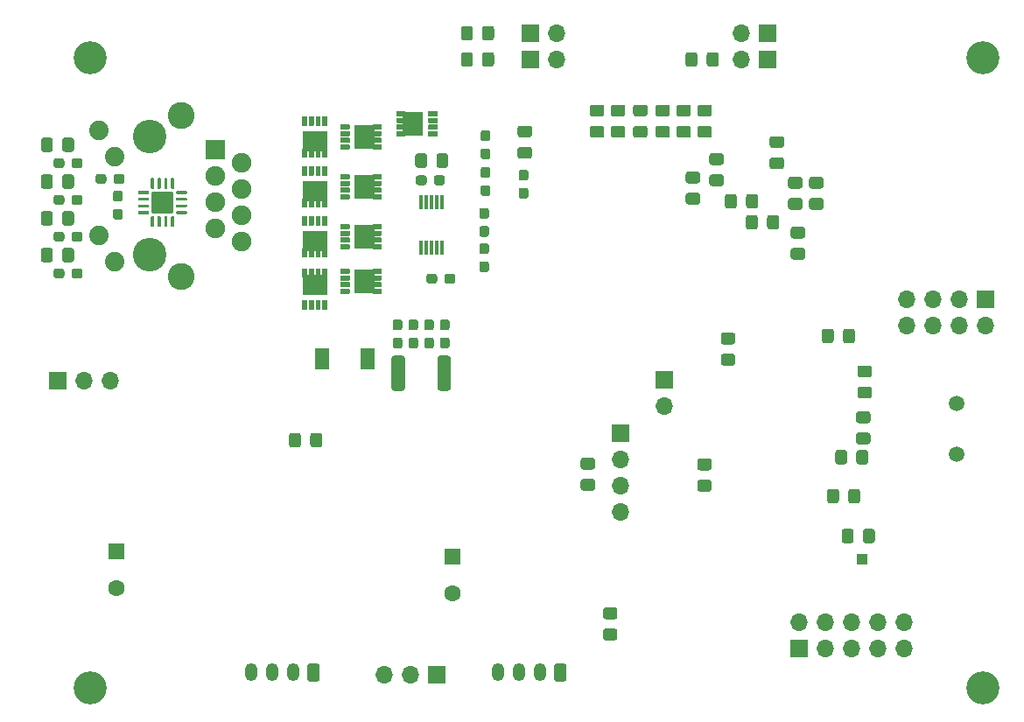
<source format=gbr>
%TF.GenerationSoftware,KiCad,Pcbnew,(5.1.12)-1*%
%TF.CreationDate,2022-03-07T22:11:42-06:00*%
%TF.ProjectId,PoE_Stepper_Driver,506f455f-5374-4657-9070-65725f447269,rev?*%
%TF.SameCoordinates,Original*%
%TF.FileFunction,Soldermask,Bot*%
%TF.FilePolarity,Negative*%
%FSLAX46Y46*%
G04 Gerber Fmt 4.6, Leading zero omitted, Abs format (unit mm)*
G04 Created by KiCad (PCBNEW (5.1.12)-1) date 2022-03-07 22:11:42*
%MOMM*%
%LPD*%
G01*
G04 APERTURE LIST*
%ADD10C,3.200001*%
%ADD11R,1.900000X1.900000*%
%ADD12C,1.900000*%
%ADD13C,1.890000*%
%ADD14C,2.600000*%
%ADD15C,3.250000*%
%ADD16R,1.400000X2.100000*%
%ADD17O,1.200000X1.750000*%
%ADD18C,1.500000*%
%ADD19R,0.300000X1.400000*%
%ADD20C,1.600000*%
%ADD21R,1.600000X1.600000*%
%ADD22R,1.700000X1.700000*%
%ADD23O,1.700000X1.700000*%
%ADD24R,1.000000X1.000000*%
G04 APERTURE END LIST*
%TO.C,R40*%
G36*
G01*
X174821000Y-109543001D02*
X174821000Y-108642999D01*
G75*
G02*
X175070999Y-108393000I249999J0D01*
G01*
X175721001Y-108393000D01*
G75*
G02*
X175971000Y-108642999I0J-249999D01*
G01*
X175971000Y-109543001D01*
G75*
G02*
X175721001Y-109793000I-249999J0D01*
G01*
X175070999Y-109793000D01*
G75*
G02*
X174821000Y-109543001I0J249999D01*
G01*
G37*
G36*
G01*
X172771000Y-109543001D02*
X172771000Y-108642999D01*
G75*
G02*
X173020999Y-108393000I249999J0D01*
G01*
X173671001Y-108393000D01*
G75*
G02*
X173921000Y-108642999I0J-249999D01*
G01*
X173921000Y-109543001D01*
G75*
G02*
X173671001Y-109793000I-249999J0D01*
G01*
X173020999Y-109793000D01*
G75*
G02*
X172771000Y-109543001I0J249999D01*
G01*
G37*
%TD*%
D10*
%TO.C,REF\u002A\u002A*%
X100076000Y-123825000D03*
%TD*%
%TO.C,REF\u002A\u002A*%
X186436000Y-123825000D03*
%TD*%
D11*
%TO.C,J1*%
X112141000Y-71755000D03*
D12*
X114681000Y-73025000D03*
X112141000Y-74295000D03*
X114681000Y-75565000D03*
X112141000Y-76835000D03*
X114681000Y-78105000D03*
X112141000Y-79375000D03*
X114681000Y-80645000D03*
D13*
X102421000Y-82525000D03*
X100901000Y-79985000D03*
X102421000Y-72415000D03*
X100901000Y-69875000D03*
D14*
X108851000Y-68425000D03*
X108851000Y-83975000D03*
D15*
X105801000Y-70485000D03*
X105801000Y-81915000D03*
%TD*%
D10*
%TO.C,REF\u002A\u002A*%
X100076000Y-62865000D03*
%TD*%
%TO.C,REF\u002A\u002A*%
X186436000Y-62865000D03*
%TD*%
%TO.C,RT4*%
G36*
G01*
X99317000Y-79899500D02*
X99317000Y-80374500D01*
G75*
G02*
X99079500Y-80612000I-237500J0D01*
G01*
X98504500Y-80612000D01*
G75*
G02*
X98267000Y-80374500I0J237500D01*
G01*
X98267000Y-79899500D01*
G75*
G02*
X98504500Y-79662000I237500J0D01*
G01*
X99079500Y-79662000D01*
G75*
G02*
X99317000Y-79899500I0J-237500D01*
G01*
G37*
G36*
G01*
X97567000Y-79899500D02*
X97567000Y-80374500D01*
G75*
G02*
X97329500Y-80612000I-237500J0D01*
G01*
X96754500Y-80612000D01*
G75*
G02*
X96517000Y-80374500I0J237500D01*
G01*
X96517000Y-79899500D01*
G75*
G02*
X96754500Y-79662000I237500J0D01*
G01*
X97329500Y-79662000D01*
G75*
G02*
X97567000Y-79899500I0J-237500D01*
G01*
G37*
%TD*%
%TO.C,C5*%
G36*
G01*
X102505500Y-77439000D02*
X102980500Y-77439000D01*
G75*
G02*
X103218000Y-77676500I0J-237500D01*
G01*
X103218000Y-78251500D01*
G75*
G02*
X102980500Y-78489000I-237500J0D01*
G01*
X102505500Y-78489000D01*
G75*
G02*
X102268000Y-78251500I0J237500D01*
G01*
X102268000Y-77676500D01*
G75*
G02*
X102505500Y-77439000I237500J0D01*
G01*
G37*
G36*
G01*
X102505500Y-75689000D02*
X102980500Y-75689000D01*
G75*
G02*
X103218000Y-75926500I0J-237500D01*
G01*
X103218000Y-76501500D01*
G75*
G02*
X102980500Y-76739000I-237500J0D01*
G01*
X102505500Y-76739000D01*
G75*
G02*
X102268000Y-76501500I0J237500D01*
G01*
X102268000Y-75926500D01*
G75*
G02*
X102505500Y-75689000I237500J0D01*
G01*
G37*
%TD*%
%TO.C,C1*%
G36*
G01*
X138065500Y-73403000D02*
X138540500Y-73403000D01*
G75*
G02*
X138778000Y-73640500I0J-237500D01*
G01*
X138778000Y-74215500D01*
G75*
G02*
X138540500Y-74453000I-237500J0D01*
G01*
X138065500Y-74453000D01*
G75*
G02*
X137828000Y-74215500I0J237500D01*
G01*
X137828000Y-73640500D01*
G75*
G02*
X138065500Y-73403000I237500J0D01*
G01*
G37*
G36*
G01*
X138065500Y-75153000D02*
X138540500Y-75153000D01*
G75*
G02*
X138778000Y-75390500I0J-237500D01*
G01*
X138778000Y-75965500D01*
G75*
G02*
X138540500Y-76203000I-237500J0D01*
G01*
X138065500Y-76203000D01*
G75*
G02*
X137828000Y-75965500I0J237500D01*
G01*
X137828000Y-75390500D01*
G75*
G02*
X138065500Y-75153000I237500J0D01*
G01*
G37*
%TD*%
%TO.C,C3*%
G36*
G01*
X133555000Y-73221001D02*
X133555000Y-72320999D01*
G75*
G02*
X133804999Y-72071000I249999J0D01*
G01*
X134455001Y-72071000D01*
G75*
G02*
X134705000Y-72320999I0J-249999D01*
G01*
X134705000Y-73221001D01*
G75*
G02*
X134455001Y-73471000I-249999J0D01*
G01*
X133804999Y-73471000D01*
G75*
G02*
X133555000Y-73221001I0J249999D01*
G01*
G37*
G36*
G01*
X131505000Y-73221001D02*
X131505000Y-72320999D01*
G75*
G02*
X131754999Y-72071000I249999J0D01*
G01*
X132405001Y-72071000D01*
G75*
G02*
X132655000Y-72320999I0J-249999D01*
G01*
X132655000Y-73221001D01*
G75*
G02*
X132405001Y-73471000I-249999J0D01*
G01*
X131754999Y-73471000D01*
G75*
G02*
X131505000Y-73221001I0J249999D01*
G01*
G37*
%TD*%
%TO.C,C7*%
G36*
G01*
X159939117Y-102747967D02*
X159039115Y-102747967D01*
G75*
G02*
X158789116Y-102497968I0J249999D01*
G01*
X158789116Y-101847966D01*
G75*
G02*
X159039115Y-101597967I249999J0D01*
G01*
X159939117Y-101597967D01*
G75*
G02*
X160189116Y-101847966I0J-249999D01*
G01*
X160189116Y-102497968D01*
G75*
G02*
X159939117Y-102747967I-249999J0D01*
G01*
G37*
G36*
G01*
X159939117Y-104797967D02*
X159039115Y-104797967D01*
G75*
G02*
X158789116Y-104547968I0J249999D01*
G01*
X158789116Y-103897966D01*
G75*
G02*
X159039115Y-103647967I249999J0D01*
G01*
X159939117Y-103647967D01*
G75*
G02*
X160189116Y-103897966I0J-249999D01*
G01*
X160189116Y-104547968D01*
G75*
G02*
X159939117Y-104797967I-249999J0D01*
G01*
G37*
%TD*%
%TO.C,C14*%
G36*
G01*
X149917999Y-118052000D02*
X150818001Y-118052000D01*
G75*
G02*
X151068000Y-118301999I0J-249999D01*
G01*
X151068000Y-118952001D01*
G75*
G02*
X150818001Y-119202000I-249999J0D01*
G01*
X149917999Y-119202000D01*
G75*
G02*
X149668000Y-118952001I0J249999D01*
G01*
X149668000Y-118301999D01*
G75*
G02*
X149917999Y-118052000I249999J0D01*
G01*
G37*
G36*
G01*
X149917999Y-116002000D02*
X150818001Y-116002000D01*
G75*
G02*
X151068000Y-116251999I0J-249999D01*
G01*
X151068000Y-116902001D01*
G75*
G02*
X150818001Y-117152000I-249999J0D01*
G01*
X149917999Y-117152000D01*
G75*
G02*
X149668000Y-116902001I0J249999D01*
G01*
X149668000Y-116251999D01*
G75*
G02*
X149917999Y-116002000I249999J0D01*
G01*
G37*
%TD*%
%TO.C,C26*%
G36*
G01*
X161468000Y-77158001D02*
X161468000Y-76257999D01*
G75*
G02*
X161717999Y-76008000I249999J0D01*
G01*
X162368001Y-76008000D01*
G75*
G02*
X162618000Y-76257999I0J-249999D01*
G01*
X162618000Y-77158001D01*
G75*
G02*
X162368001Y-77408000I-249999J0D01*
G01*
X161717999Y-77408000D01*
G75*
G02*
X161468000Y-77158001I0J249999D01*
G01*
G37*
G36*
G01*
X163518000Y-77158001D02*
X163518000Y-76257999D01*
G75*
G02*
X163767999Y-76008000I249999J0D01*
G01*
X164418001Y-76008000D01*
G75*
G02*
X164668000Y-76257999I0J-249999D01*
G01*
X164668000Y-77158001D01*
G75*
G02*
X164418001Y-77408000I-249999J0D01*
G01*
X163767999Y-77408000D01*
G75*
G02*
X163518000Y-77158001I0J249999D01*
G01*
G37*
%TD*%
%TO.C,C27*%
G36*
G01*
X168725001Y-75496000D02*
X167824999Y-75496000D01*
G75*
G02*
X167575000Y-75246001I0J249999D01*
G01*
X167575000Y-74595999D01*
G75*
G02*
X167824999Y-74346000I249999J0D01*
G01*
X168725001Y-74346000D01*
G75*
G02*
X168975000Y-74595999I0J-249999D01*
G01*
X168975000Y-75246001D01*
G75*
G02*
X168725001Y-75496000I-249999J0D01*
G01*
G37*
G36*
G01*
X168725001Y-77546000D02*
X167824999Y-77546000D01*
G75*
G02*
X167575000Y-77296001I0J249999D01*
G01*
X167575000Y-76645999D01*
G75*
G02*
X167824999Y-76396000I249999J0D01*
G01*
X168725001Y-76396000D01*
G75*
G02*
X168975000Y-76645999I0J-249999D01*
G01*
X168975000Y-77296001D01*
G75*
G02*
X168725001Y-77546000I-249999J0D01*
G01*
G37*
%TD*%
%TO.C,C28*%
G36*
G01*
X160204999Y-72060000D02*
X161105001Y-72060000D01*
G75*
G02*
X161355000Y-72309999I0J-249999D01*
G01*
X161355000Y-72960001D01*
G75*
G02*
X161105001Y-73210000I-249999J0D01*
G01*
X160204999Y-73210000D01*
G75*
G02*
X159955000Y-72960001I0J249999D01*
G01*
X159955000Y-72309999D01*
G75*
G02*
X160204999Y-72060000I249999J0D01*
G01*
G37*
G36*
G01*
X160204999Y-74110000D02*
X161105001Y-74110000D01*
G75*
G02*
X161355000Y-74359999I0J-249999D01*
G01*
X161355000Y-75010001D01*
G75*
G02*
X161105001Y-75260000I-249999J0D01*
G01*
X160204999Y-75260000D01*
G75*
G02*
X159955000Y-75010001I0J249999D01*
G01*
X159955000Y-74359999D01*
G75*
G02*
X160204999Y-74110000I249999J0D01*
G01*
G37*
%TD*%
%TO.C,C30*%
G36*
G01*
X158819001Y-77038000D02*
X157918999Y-77038000D01*
G75*
G02*
X157669000Y-76788001I0J249999D01*
G01*
X157669000Y-76137999D01*
G75*
G02*
X157918999Y-75888000I249999J0D01*
G01*
X158819001Y-75888000D01*
G75*
G02*
X159069000Y-76137999I0J-249999D01*
G01*
X159069000Y-76788001D01*
G75*
G02*
X158819001Y-77038000I-249999J0D01*
G01*
G37*
G36*
G01*
X158819001Y-74988000D02*
X157918999Y-74988000D01*
G75*
G02*
X157669000Y-74738001I0J249999D01*
G01*
X157669000Y-74087999D01*
G75*
G02*
X157918999Y-73838000I249999J0D01*
G01*
X158819001Y-73838000D01*
G75*
G02*
X159069000Y-74087999I0J-249999D01*
G01*
X159069000Y-74738001D01*
G75*
G02*
X158819001Y-74988000I-249999J0D01*
G01*
G37*
%TD*%
%TO.C,C31*%
G36*
G01*
X166046999Y-70409000D02*
X166947001Y-70409000D01*
G75*
G02*
X167197000Y-70658999I0J-249999D01*
G01*
X167197000Y-71309001D01*
G75*
G02*
X166947001Y-71559000I-249999J0D01*
G01*
X166046999Y-71559000D01*
G75*
G02*
X165797000Y-71309001I0J249999D01*
G01*
X165797000Y-70658999D01*
G75*
G02*
X166046999Y-70409000I249999J0D01*
G01*
G37*
G36*
G01*
X166046999Y-72459000D02*
X166947001Y-72459000D01*
G75*
G02*
X167197000Y-72708999I0J-249999D01*
G01*
X167197000Y-73359001D01*
G75*
G02*
X166947001Y-73609000I-249999J0D01*
G01*
X166046999Y-73609000D01*
G75*
G02*
X165797000Y-73359001I0J249999D01*
G01*
X165797000Y-72708999D01*
G75*
G02*
X166046999Y-72459000I249999J0D01*
G01*
G37*
%TD*%
%TO.C,C32*%
G36*
G01*
X165550000Y-79190001D02*
X165550000Y-78289999D01*
G75*
G02*
X165799999Y-78040000I249999J0D01*
G01*
X166450001Y-78040000D01*
G75*
G02*
X166700000Y-78289999I0J-249999D01*
G01*
X166700000Y-79190001D01*
G75*
G02*
X166450001Y-79440000I-249999J0D01*
G01*
X165799999Y-79440000D01*
G75*
G02*
X165550000Y-79190001I0J249999D01*
G01*
G37*
G36*
G01*
X163500000Y-79190001D02*
X163500000Y-78289999D01*
G75*
G02*
X163749999Y-78040000I249999J0D01*
G01*
X164400001Y-78040000D01*
G75*
G02*
X164650000Y-78289999I0J-249999D01*
G01*
X164650000Y-79190001D01*
G75*
G02*
X164400001Y-79440000I-249999J0D01*
G01*
X163749999Y-79440000D01*
G75*
G02*
X163500000Y-79190001I0J249999D01*
G01*
G37*
%TD*%
%TO.C,C34*%
G36*
G01*
X161325114Y-91464966D02*
X162225116Y-91464966D01*
G75*
G02*
X162475115Y-91714965I0J-249999D01*
G01*
X162475115Y-92364967D01*
G75*
G02*
X162225116Y-92614966I-249999J0D01*
G01*
X161325114Y-92614966D01*
G75*
G02*
X161075115Y-92364967I0J249999D01*
G01*
X161075115Y-91714965D01*
G75*
G02*
X161325114Y-91464966I249999J0D01*
G01*
G37*
G36*
G01*
X161325114Y-89414966D02*
X162225116Y-89414966D01*
G75*
G02*
X162475115Y-89664965I0J-249999D01*
G01*
X162475115Y-90314967D01*
G75*
G02*
X162225116Y-90564966I-249999J0D01*
G01*
X161325114Y-90564966D01*
G75*
G02*
X161075115Y-90314967I0J249999D01*
G01*
X161075115Y-89664965D01*
G75*
G02*
X161325114Y-89414966I249999J0D01*
G01*
G37*
%TD*%
%TO.C,C35*%
G36*
G01*
X170843115Y-90194968D02*
X170843115Y-89294966D01*
G75*
G02*
X171093114Y-89044967I249999J0D01*
G01*
X171743116Y-89044967D01*
G75*
G02*
X171993115Y-89294966I0J-249999D01*
G01*
X171993115Y-90194968D01*
G75*
G02*
X171743116Y-90444967I-249999J0D01*
G01*
X171093114Y-90444967D01*
G75*
G02*
X170843115Y-90194968I0J249999D01*
G01*
G37*
G36*
G01*
X172893115Y-90194968D02*
X172893115Y-89294966D01*
G75*
G02*
X173143114Y-89044967I249999J0D01*
G01*
X173793116Y-89044967D01*
G75*
G02*
X174043115Y-89294966I0J-249999D01*
G01*
X174043115Y-90194968D01*
G75*
G02*
X173793116Y-90444967I-249999J0D01*
G01*
X173143114Y-90444967D01*
G75*
G02*
X172893115Y-90194968I0J249999D01*
G01*
G37*
%TD*%
%TO.C,C36*%
G36*
G01*
X175433117Y-95789967D02*
X174533115Y-95789967D01*
G75*
G02*
X174283116Y-95539968I0J249999D01*
G01*
X174283116Y-94889966D01*
G75*
G02*
X174533115Y-94639967I249999J0D01*
G01*
X175433117Y-94639967D01*
G75*
G02*
X175683116Y-94889966I0J-249999D01*
G01*
X175683116Y-95539968D01*
G75*
G02*
X175433117Y-95789967I-249999J0D01*
G01*
G37*
G36*
G01*
X175433117Y-93739967D02*
X174533115Y-93739967D01*
G75*
G02*
X174283116Y-93489968I0J249999D01*
G01*
X174283116Y-92839966D01*
G75*
G02*
X174533115Y-92589967I249999J0D01*
G01*
X175433117Y-92589967D01*
G75*
G02*
X175683116Y-92839966I0J-249999D01*
G01*
X175683116Y-93489968D01*
G75*
G02*
X175433117Y-93739967I-249999J0D01*
G01*
G37*
%TD*%
%TO.C,C37*%
G36*
G01*
X174406115Y-99084967D02*
X175306117Y-99084967D01*
G75*
G02*
X175556116Y-99334966I0J-249999D01*
G01*
X175556116Y-99984968D01*
G75*
G02*
X175306117Y-100234967I-249999J0D01*
G01*
X174406115Y-100234967D01*
G75*
G02*
X174156116Y-99984968I0J249999D01*
G01*
X174156116Y-99334966D01*
G75*
G02*
X174406115Y-99084967I249999J0D01*
G01*
G37*
G36*
G01*
X174406115Y-97034967D02*
X175306117Y-97034967D01*
G75*
G02*
X175556116Y-97284966I0J-249999D01*
G01*
X175556116Y-97934968D01*
G75*
G02*
X175306117Y-98184967I-249999J0D01*
G01*
X174406115Y-98184967D01*
G75*
G02*
X174156116Y-97934968I0J249999D01*
G01*
X174156116Y-97284966D01*
G75*
G02*
X174406115Y-97034967I249999J0D01*
G01*
G37*
%TD*%
%TO.C,C38*%
G36*
G01*
X174551116Y-104788966D02*
X174551116Y-105688968D01*
G75*
G02*
X174301117Y-105938967I-249999J0D01*
G01*
X173651115Y-105938967D01*
G75*
G02*
X173401116Y-105688968I0J249999D01*
G01*
X173401116Y-104788966D01*
G75*
G02*
X173651115Y-104538967I249999J0D01*
G01*
X174301117Y-104538967D01*
G75*
G02*
X174551116Y-104788966I0J-249999D01*
G01*
G37*
G36*
G01*
X172501116Y-104788966D02*
X172501116Y-105688968D01*
G75*
G02*
X172251117Y-105938967I-249999J0D01*
G01*
X171601115Y-105938967D01*
G75*
G02*
X171351116Y-105688968I0J249999D01*
G01*
X171351116Y-104788966D01*
G75*
G02*
X171601115Y-104538967I249999J0D01*
G01*
X172251117Y-104538967D01*
G75*
G02*
X172501116Y-104788966I0J-249999D01*
G01*
G37*
%TD*%
%TO.C,C39*%
G36*
G01*
X175336000Y-101022999D02*
X175336000Y-101923001D01*
G75*
G02*
X175086001Y-102173000I-249999J0D01*
G01*
X174435999Y-102173000D01*
G75*
G02*
X174186000Y-101923001I0J249999D01*
G01*
X174186000Y-101022999D01*
G75*
G02*
X174435999Y-100773000I249999J0D01*
G01*
X175086001Y-100773000D01*
G75*
G02*
X175336000Y-101022999I0J-249999D01*
G01*
G37*
G36*
G01*
X173286000Y-101022999D02*
X173286000Y-101923001D01*
G75*
G02*
X173036001Y-102173000I-249999J0D01*
G01*
X172385999Y-102173000D01*
G75*
G02*
X172136000Y-101923001I0J249999D01*
G01*
X172136000Y-101022999D01*
G75*
G02*
X172385999Y-100773000I249999J0D01*
G01*
X173036001Y-100773000D01*
G75*
G02*
X173286000Y-101022999I0J-249999D01*
G01*
G37*
%TD*%
%TO.C,CG2*%
G36*
G01*
X134955000Y-91895000D02*
X134955000Y-94795000D01*
G75*
G02*
X134705000Y-95045000I-250000J0D01*
G01*
X133905000Y-95045000D01*
G75*
G02*
X133655000Y-94795000I0J250000D01*
G01*
X133655000Y-91895000D01*
G75*
G02*
X133905000Y-91645000I250000J0D01*
G01*
X134705000Y-91645000D01*
G75*
G02*
X134955000Y-91895000I0J-250000D01*
G01*
G37*
G36*
G01*
X130505000Y-91895000D02*
X130505000Y-94795000D01*
G75*
G02*
X130255000Y-95045000I-250000J0D01*
G01*
X129455000Y-95045000D01*
G75*
G02*
X129205000Y-94795000I0J250000D01*
G01*
X129205000Y-91895000D01*
G75*
G02*
X129455000Y-91645000I250000J0D01*
G01*
X130255000Y-91645000D01*
G75*
G02*
X130505000Y-91895000I0J-250000D01*
G01*
G37*
%TD*%
%TO.C,CT1*%
G36*
G01*
X96460000Y-70796999D02*
X96460000Y-71697001D01*
G75*
G02*
X96210001Y-71947000I-249999J0D01*
G01*
X95559999Y-71947000D01*
G75*
G02*
X95310000Y-71697001I0J249999D01*
G01*
X95310000Y-70796999D01*
G75*
G02*
X95559999Y-70547000I249999J0D01*
G01*
X96210001Y-70547000D01*
G75*
G02*
X96460000Y-70796999I0J-249999D01*
G01*
G37*
G36*
G01*
X98510000Y-70796999D02*
X98510000Y-71697001D01*
G75*
G02*
X98260001Y-71947000I-249999J0D01*
G01*
X97609999Y-71947000D01*
G75*
G02*
X97360000Y-71697001I0J249999D01*
G01*
X97360000Y-70796999D01*
G75*
G02*
X97609999Y-70547000I249999J0D01*
G01*
X98260001Y-70547000D01*
G75*
G02*
X98510000Y-70796999I0J-249999D01*
G01*
G37*
%TD*%
%TO.C,CT2*%
G36*
G01*
X98501000Y-74352999D02*
X98501000Y-75253001D01*
G75*
G02*
X98251001Y-75503000I-249999J0D01*
G01*
X97600999Y-75503000D01*
G75*
G02*
X97351000Y-75253001I0J249999D01*
G01*
X97351000Y-74352999D01*
G75*
G02*
X97600999Y-74103000I249999J0D01*
G01*
X98251001Y-74103000D01*
G75*
G02*
X98501000Y-74352999I0J-249999D01*
G01*
G37*
G36*
G01*
X96451000Y-74352999D02*
X96451000Y-75253001D01*
G75*
G02*
X96201001Y-75503000I-249999J0D01*
G01*
X95550999Y-75503000D01*
G75*
G02*
X95301000Y-75253001I0J249999D01*
G01*
X95301000Y-74352999D01*
G75*
G02*
X95550999Y-74103000I249999J0D01*
G01*
X96201001Y-74103000D01*
G75*
G02*
X96451000Y-74352999I0J-249999D01*
G01*
G37*
%TD*%
%TO.C,CT3*%
G36*
G01*
X98501000Y-81464999D02*
X98501000Y-82365001D01*
G75*
G02*
X98251001Y-82615000I-249999J0D01*
G01*
X97600999Y-82615000D01*
G75*
G02*
X97351000Y-82365001I0J249999D01*
G01*
X97351000Y-81464999D01*
G75*
G02*
X97600999Y-81215000I249999J0D01*
G01*
X98251001Y-81215000D01*
G75*
G02*
X98501000Y-81464999I0J-249999D01*
G01*
G37*
G36*
G01*
X96451000Y-81464999D02*
X96451000Y-82365001D01*
G75*
G02*
X96201001Y-82615000I-249999J0D01*
G01*
X95550999Y-82615000D01*
G75*
G02*
X95301000Y-82365001I0J249999D01*
G01*
X95301000Y-81464999D01*
G75*
G02*
X95550999Y-81215000I249999J0D01*
G01*
X96201001Y-81215000D01*
G75*
G02*
X96451000Y-81464999I0J-249999D01*
G01*
G37*
%TD*%
%TO.C,CT4*%
G36*
G01*
X96451000Y-77908999D02*
X96451000Y-78809001D01*
G75*
G02*
X96201001Y-79059000I-249999J0D01*
G01*
X95550999Y-79059000D01*
G75*
G02*
X95301000Y-78809001I0J249999D01*
G01*
X95301000Y-77908999D01*
G75*
G02*
X95550999Y-77659000I249999J0D01*
G01*
X96201001Y-77659000D01*
G75*
G02*
X96451000Y-77908999I0J-249999D01*
G01*
G37*
G36*
G01*
X98501000Y-77908999D02*
X98501000Y-78809001D01*
G75*
G02*
X98251001Y-79059000I-249999J0D01*
G01*
X97600999Y-79059000D01*
G75*
G02*
X97351000Y-78809001I0J249999D01*
G01*
X97351000Y-77908999D01*
G75*
G02*
X97600999Y-77659000I249999J0D01*
G01*
X98251001Y-77659000D01*
G75*
G02*
X98501000Y-77908999I0J-249999D01*
G01*
G37*
%TD*%
D16*
%TO.C,D2*%
X122514000Y-91948000D03*
X126914000Y-91948000D03*
%TD*%
%TO.C,J2*%
G36*
G01*
X122266000Y-121675999D02*
X122266000Y-122926001D01*
G75*
G02*
X122016001Y-123176000I-249999J0D01*
G01*
X121315999Y-123176000D01*
G75*
G02*
X121066000Y-122926001I0J249999D01*
G01*
X121066000Y-121675999D01*
G75*
G02*
X121315999Y-121426000I249999J0D01*
G01*
X122016001Y-121426000D01*
G75*
G02*
X122266000Y-121675999I0J-249999D01*
G01*
G37*
D17*
X119666000Y-122301000D03*
X117666000Y-122301000D03*
X115666000Y-122301000D03*
%TD*%
%TO.C,R4*%
G36*
G01*
X139141000Y-60001999D02*
X139141000Y-60902001D01*
G75*
G02*
X138891001Y-61152000I-249999J0D01*
G01*
X138240999Y-61152000D01*
G75*
G02*
X137991000Y-60902001I0J249999D01*
G01*
X137991000Y-60001999D01*
G75*
G02*
X138240999Y-59752000I249999J0D01*
G01*
X138891001Y-59752000D01*
G75*
G02*
X139141000Y-60001999I0J-249999D01*
G01*
G37*
G36*
G01*
X137091000Y-60001999D02*
X137091000Y-60902001D01*
G75*
G02*
X136841001Y-61152000I-249999J0D01*
G01*
X136190999Y-61152000D01*
G75*
G02*
X135941000Y-60902001I0J249999D01*
G01*
X135941000Y-60001999D01*
G75*
G02*
X136190999Y-59752000I249999J0D01*
G01*
X136841001Y-59752000D01*
G75*
G02*
X137091000Y-60001999I0J-249999D01*
G01*
G37*
%TD*%
%TO.C,R5*%
G36*
G01*
X137091000Y-62541999D02*
X137091000Y-63442001D01*
G75*
G02*
X136841001Y-63692000I-249999J0D01*
G01*
X136190999Y-63692000D01*
G75*
G02*
X135941000Y-63442001I0J249999D01*
G01*
X135941000Y-62541999D01*
G75*
G02*
X136190999Y-62292000I249999J0D01*
G01*
X136841001Y-62292000D01*
G75*
G02*
X137091000Y-62541999I0J-249999D01*
G01*
G37*
G36*
G01*
X139141000Y-62541999D02*
X139141000Y-63442001D01*
G75*
G02*
X138891001Y-63692000I-249999J0D01*
G01*
X138240999Y-63692000D01*
G75*
G02*
X137991000Y-63442001I0J249999D01*
G01*
X137991000Y-62541999D01*
G75*
G02*
X138240999Y-62292000I249999J0D01*
G01*
X138891001Y-62292000D01*
G75*
G02*
X139141000Y-62541999I0J-249999D01*
G01*
G37*
%TD*%
%TO.C,R6*%
G36*
G01*
X157658000Y-63442001D02*
X157658000Y-62541999D01*
G75*
G02*
X157907999Y-62292000I249999J0D01*
G01*
X158558001Y-62292000D01*
G75*
G02*
X158808000Y-62541999I0J-249999D01*
G01*
X158808000Y-63442001D01*
G75*
G02*
X158558001Y-63692000I-249999J0D01*
G01*
X157907999Y-63692000D01*
G75*
G02*
X157658000Y-63442001I0J249999D01*
G01*
G37*
G36*
G01*
X159708000Y-63442001D02*
X159708000Y-62541999D01*
G75*
G02*
X159957999Y-62292000I249999J0D01*
G01*
X160608001Y-62292000D01*
G75*
G02*
X160858000Y-62541999I0J-249999D01*
G01*
X160858000Y-63442001D01*
G75*
G02*
X160608001Y-63692000I-249999J0D01*
G01*
X159957999Y-63692000D01*
G75*
G02*
X159708000Y-63442001I0J249999D01*
G01*
G37*
%TD*%
%TO.C,R9*%
G36*
G01*
X138413500Y-81819000D02*
X137938500Y-81819000D01*
G75*
G02*
X137701000Y-81581500I0J237500D01*
G01*
X137701000Y-81006500D01*
G75*
G02*
X137938500Y-80769000I237500J0D01*
G01*
X138413500Y-80769000D01*
G75*
G02*
X138651000Y-81006500I0J-237500D01*
G01*
X138651000Y-81581500D01*
G75*
G02*
X138413500Y-81819000I-237500J0D01*
G01*
G37*
G36*
G01*
X138413500Y-83569000D02*
X137938500Y-83569000D01*
G75*
G02*
X137701000Y-83331500I0J237500D01*
G01*
X137701000Y-82756500D01*
G75*
G02*
X137938500Y-82519000I237500J0D01*
G01*
X138413500Y-82519000D01*
G75*
G02*
X138651000Y-82756500I0J-237500D01*
G01*
X138651000Y-83331500D01*
G75*
G02*
X138413500Y-83569000I-237500J0D01*
G01*
G37*
%TD*%
%TO.C,R10*%
G36*
G01*
X135385000Y-83963500D02*
X135385000Y-84438500D01*
G75*
G02*
X135147500Y-84676000I-237500J0D01*
G01*
X134572500Y-84676000D01*
G75*
G02*
X134335000Y-84438500I0J237500D01*
G01*
X134335000Y-83963500D01*
G75*
G02*
X134572500Y-83726000I237500J0D01*
G01*
X135147500Y-83726000D01*
G75*
G02*
X135385000Y-83963500I0J-237500D01*
G01*
G37*
G36*
G01*
X133635000Y-83963500D02*
X133635000Y-84438500D01*
G75*
G02*
X133397500Y-84676000I-237500J0D01*
G01*
X132822500Y-84676000D01*
G75*
G02*
X132585000Y-84438500I0J237500D01*
G01*
X132585000Y-83963500D01*
G75*
G02*
X132822500Y-83726000I237500J0D01*
G01*
X133397500Y-83726000D01*
G75*
G02*
X133635000Y-83963500I0J-237500D01*
G01*
G37*
%TD*%
%TO.C,R11*%
G36*
G01*
X138413500Y-78404000D02*
X137938500Y-78404000D01*
G75*
G02*
X137701000Y-78166500I0J237500D01*
G01*
X137701000Y-77591500D01*
G75*
G02*
X137938500Y-77354000I237500J0D01*
G01*
X138413500Y-77354000D01*
G75*
G02*
X138651000Y-77591500I0J-237500D01*
G01*
X138651000Y-78166500D01*
G75*
G02*
X138413500Y-78404000I-237500J0D01*
G01*
G37*
G36*
G01*
X138413500Y-80154000D02*
X137938500Y-80154000D01*
G75*
G02*
X137701000Y-79916500I0J237500D01*
G01*
X137701000Y-79341500D01*
G75*
G02*
X137938500Y-79104000I237500J0D01*
G01*
X138413500Y-79104000D01*
G75*
G02*
X138651000Y-79341500I0J-237500D01*
G01*
X138651000Y-79916500D01*
G75*
G02*
X138413500Y-80154000I-237500J0D01*
G01*
G37*
%TD*%
%TO.C,R12*%
G36*
G01*
X141662999Y-71443000D02*
X142563001Y-71443000D01*
G75*
G02*
X142813000Y-71692999I0J-249999D01*
G01*
X142813000Y-72343001D01*
G75*
G02*
X142563001Y-72593000I-249999J0D01*
G01*
X141662999Y-72593000D01*
G75*
G02*
X141413000Y-72343001I0J249999D01*
G01*
X141413000Y-71692999D01*
G75*
G02*
X141662999Y-71443000I249999J0D01*
G01*
G37*
G36*
G01*
X141662999Y-69393000D02*
X142563001Y-69393000D01*
G75*
G02*
X142813000Y-69642999I0J-249999D01*
G01*
X142813000Y-70293001D01*
G75*
G02*
X142563001Y-70543000I-249999J0D01*
G01*
X141662999Y-70543000D01*
G75*
G02*
X141413000Y-70293001I0J249999D01*
G01*
X141413000Y-69642999D01*
G75*
G02*
X141662999Y-69393000I249999J0D01*
G01*
G37*
%TD*%
%TO.C,R13*%
G36*
G01*
X138065500Y-69847000D02*
X138540500Y-69847000D01*
G75*
G02*
X138778000Y-70084500I0J-237500D01*
G01*
X138778000Y-70659500D01*
G75*
G02*
X138540500Y-70897000I-237500J0D01*
G01*
X138065500Y-70897000D01*
G75*
G02*
X137828000Y-70659500I0J237500D01*
G01*
X137828000Y-70084500D01*
G75*
G02*
X138065500Y-69847000I237500J0D01*
G01*
G37*
G36*
G01*
X138065500Y-71597000D02*
X138540500Y-71597000D01*
G75*
G02*
X138778000Y-71834500I0J-237500D01*
G01*
X138778000Y-72409500D01*
G75*
G02*
X138540500Y-72647000I-237500J0D01*
G01*
X138065500Y-72647000D01*
G75*
G02*
X137828000Y-72409500I0J237500D01*
G01*
X137828000Y-71834500D01*
G75*
G02*
X138065500Y-71597000I237500J0D01*
G01*
G37*
%TD*%
%TO.C,R14*%
G36*
G01*
X141748500Y-75407000D02*
X142223500Y-75407000D01*
G75*
G02*
X142461000Y-75644500I0J-237500D01*
G01*
X142461000Y-76219500D01*
G75*
G02*
X142223500Y-76457000I-237500J0D01*
G01*
X141748500Y-76457000D01*
G75*
G02*
X141511000Y-76219500I0J237500D01*
G01*
X141511000Y-75644500D01*
G75*
G02*
X141748500Y-75407000I237500J0D01*
G01*
G37*
G36*
G01*
X141748500Y-73657000D02*
X142223500Y-73657000D01*
G75*
G02*
X142461000Y-73894500I0J-237500D01*
G01*
X142461000Y-74469500D01*
G75*
G02*
X142223500Y-74707000I-237500J0D01*
G01*
X141748500Y-74707000D01*
G75*
G02*
X141511000Y-74469500I0J237500D01*
G01*
X141511000Y-73894500D01*
G75*
G02*
X141748500Y-73657000I237500J0D01*
G01*
G37*
%TD*%
%TO.C,R15*%
G36*
G01*
X134369000Y-74438500D02*
X134369000Y-74913500D01*
G75*
G02*
X134131500Y-75151000I-237500J0D01*
G01*
X133556500Y-75151000D01*
G75*
G02*
X133319000Y-74913500I0J237500D01*
G01*
X133319000Y-74438500D01*
G75*
G02*
X133556500Y-74201000I237500J0D01*
G01*
X134131500Y-74201000D01*
G75*
G02*
X134369000Y-74438500I0J-237500D01*
G01*
G37*
G36*
G01*
X132619000Y-74438500D02*
X132619000Y-74913500D01*
G75*
G02*
X132381500Y-75151000I-237500J0D01*
G01*
X131806500Y-75151000D01*
G75*
G02*
X131569000Y-74913500I0J237500D01*
G01*
X131569000Y-74438500D01*
G75*
G02*
X131806500Y-74201000I237500J0D01*
G01*
X132381500Y-74201000D01*
G75*
G02*
X132619000Y-74438500I0J-237500D01*
G01*
G37*
%TD*%
%TO.C,R18*%
G36*
G01*
X103381000Y-74311500D02*
X103381000Y-74786500D01*
G75*
G02*
X103143500Y-75024000I-237500J0D01*
G01*
X102568500Y-75024000D01*
G75*
G02*
X102331000Y-74786500I0J237500D01*
G01*
X102331000Y-74311500D01*
G75*
G02*
X102568500Y-74074000I237500J0D01*
G01*
X103143500Y-74074000D01*
G75*
G02*
X103381000Y-74311500I0J-237500D01*
G01*
G37*
G36*
G01*
X101631000Y-74311500D02*
X101631000Y-74786500D01*
G75*
G02*
X101393500Y-75024000I-237500J0D01*
G01*
X100818500Y-75024000D01*
G75*
G02*
X100581000Y-74786500I0J237500D01*
G01*
X100581000Y-74311500D01*
G75*
G02*
X100818500Y-74074000I237500J0D01*
G01*
X101393500Y-74074000D01*
G75*
G02*
X101631000Y-74311500I0J-237500D01*
G01*
G37*
%TD*%
%TO.C,RT1*%
G36*
G01*
X97567000Y-72787500D02*
X97567000Y-73262500D01*
G75*
G02*
X97329500Y-73500000I-237500J0D01*
G01*
X96754500Y-73500000D01*
G75*
G02*
X96517000Y-73262500I0J237500D01*
G01*
X96517000Y-72787500D01*
G75*
G02*
X96754500Y-72550000I237500J0D01*
G01*
X97329500Y-72550000D01*
G75*
G02*
X97567000Y-72787500I0J-237500D01*
G01*
G37*
G36*
G01*
X99317000Y-72787500D02*
X99317000Y-73262500D01*
G75*
G02*
X99079500Y-73500000I-237500J0D01*
G01*
X98504500Y-73500000D01*
G75*
G02*
X98267000Y-73262500I0J237500D01*
G01*
X98267000Y-72787500D01*
G75*
G02*
X98504500Y-72550000I237500J0D01*
G01*
X99079500Y-72550000D01*
G75*
G02*
X99317000Y-72787500I0J-237500D01*
G01*
G37*
%TD*%
%TO.C,RT2*%
G36*
G01*
X99317000Y-76343500D02*
X99317000Y-76818500D01*
G75*
G02*
X99079500Y-77056000I-237500J0D01*
G01*
X98504500Y-77056000D01*
G75*
G02*
X98267000Y-76818500I0J237500D01*
G01*
X98267000Y-76343500D01*
G75*
G02*
X98504500Y-76106000I237500J0D01*
G01*
X99079500Y-76106000D01*
G75*
G02*
X99317000Y-76343500I0J-237500D01*
G01*
G37*
G36*
G01*
X97567000Y-76343500D02*
X97567000Y-76818500D01*
G75*
G02*
X97329500Y-77056000I-237500J0D01*
G01*
X96754500Y-77056000D01*
G75*
G02*
X96517000Y-76818500I0J237500D01*
G01*
X96517000Y-76343500D01*
G75*
G02*
X96754500Y-76106000I237500J0D01*
G01*
X97329500Y-76106000D01*
G75*
G02*
X97567000Y-76343500I0J-237500D01*
G01*
G37*
%TD*%
%TO.C,RT3*%
G36*
G01*
X97567000Y-83455500D02*
X97567000Y-83930500D01*
G75*
G02*
X97329500Y-84168000I-237500J0D01*
G01*
X96754500Y-84168000D01*
G75*
G02*
X96517000Y-83930500I0J237500D01*
G01*
X96517000Y-83455500D01*
G75*
G02*
X96754500Y-83218000I237500J0D01*
G01*
X97329500Y-83218000D01*
G75*
G02*
X97567000Y-83455500I0J-237500D01*
G01*
G37*
G36*
G01*
X99317000Y-83455500D02*
X99317000Y-83930500D01*
G75*
G02*
X99079500Y-84168000I-237500J0D01*
G01*
X98504500Y-84168000D01*
G75*
G02*
X98267000Y-83930500I0J237500D01*
G01*
X98267000Y-83455500D01*
G75*
G02*
X98504500Y-83218000I237500J0D01*
G01*
X99079500Y-83218000D01*
G75*
G02*
X99317000Y-83455500I0J-237500D01*
G01*
G37*
%TD*%
%TO.C,RT5*%
G36*
G01*
X134128500Y-89885000D02*
X134603500Y-89885000D01*
G75*
G02*
X134841000Y-90122500I0J-237500D01*
G01*
X134841000Y-90697500D01*
G75*
G02*
X134603500Y-90935000I-237500J0D01*
G01*
X134128500Y-90935000D01*
G75*
G02*
X133891000Y-90697500I0J237500D01*
G01*
X133891000Y-90122500D01*
G75*
G02*
X134128500Y-89885000I237500J0D01*
G01*
G37*
G36*
G01*
X134128500Y-88135000D02*
X134603500Y-88135000D01*
G75*
G02*
X134841000Y-88372500I0J-237500D01*
G01*
X134841000Y-88947500D01*
G75*
G02*
X134603500Y-89185000I-237500J0D01*
G01*
X134128500Y-89185000D01*
G75*
G02*
X133891000Y-88947500I0J237500D01*
G01*
X133891000Y-88372500D01*
G75*
G02*
X134128500Y-88135000I237500J0D01*
G01*
G37*
%TD*%
%TO.C,RT6*%
G36*
G01*
X132604500Y-88149000D02*
X133079500Y-88149000D01*
G75*
G02*
X133317000Y-88386500I0J-237500D01*
G01*
X133317000Y-88961500D01*
G75*
G02*
X133079500Y-89199000I-237500J0D01*
G01*
X132604500Y-89199000D01*
G75*
G02*
X132367000Y-88961500I0J237500D01*
G01*
X132367000Y-88386500D01*
G75*
G02*
X132604500Y-88149000I237500J0D01*
G01*
G37*
G36*
G01*
X132604500Y-89899000D02*
X133079500Y-89899000D01*
G75*
G02*
X133317000Y-90136500I0J-237500D01*
G01*
X133317000Y-90711500D01*
G75*
G02*
X133079500Y-90949000I-237500J0D01*
G01*
X132604500Y-90949000D01*
G75*
G02*
X132367000Y-90711500I0J237500D01*
G01*
X132367000Y-90136500D01*
G75*
G02*
X132604500Y-89899000I237500J0D01*
G01*
G37*
%TD*%
%TO.C,RT7*%
G36*
G01*
X131080500Y-89899000D02*
X131555500Y-89899000D01*
G75*
G02*
X131793000Y-90136500I0J-237500D01*
G01*
X131793000Y-90711500D01*
G75*
G02*
X131555500Y-90949000I-237500J0D01*
G01*
X131080500Y-90949000D01*
G75*
G02*
X130843000Y-90711500I0J237500D01*
G01*
X130843000Y-90136500D01*
G75*
G02*
X131080500Y-89899000I237500J0D01*
G01*
G37*
G36*
G01*
X131080500Y-88149000D02*
X131555500Y-88149000D01*
G75*
G02*
X131793000Y-88386500I0J-237500D01*
G01*
X131793000Y-88961500D01*
G75*
G02*
X131555500Y-89199000I-237500J0D01*
G01*
X131080500Y-89199000D01*
G75*
G02*
X130843000Y-88961500I0J237500D01*
G01*
X130843000Y-88386500D01*
G75*
G02*
X131080500Y-88149000I237500J0D01*
G01*
G37*
%TD*%
%TO.C,RT8*%
G36*
G01*
X129556500Y-88149000D02*
X130031500Y-88149000D01*
G75*
G02*
X130269000Y-88386500I0J-237500D01*
G01*
X130269000Y-88961500D01*
G75*
G02*
X130031500Y-89199000I-237500J0D01*
G01*
X129556500Y-89199000D01*
G75*
G02*
X129319000Y-88961500I0J237500D01*
G01*
X129319000Y-88386500D01*
G75*
G02*
X129556500Y-88149000I237500J0D01*
G01*
G37*
G36*
G01*
X129556500Y-89899000D02*
X130031500Y-89899000D01*
G75*
G02*
X130269000Y-90136500I0J-237500D01*
G01*
X130269000Y-90711500D01*
G75*
G02*
X130031500Y-90949000I-237500J0D01*
G01*
X129556500Y-90949000D01*
G75*
G02*
X129319000Y-90711500I0J237500D01*
G01*
X129319000Y-90136500D01*
G75*
G02*
X129556500Y-89899000I237500J0D01*
G01*
G37*
%TD*%
%TO.C,U1*%
G36*
G01*
X108136000Y-76009999D02*
X108136000Y-77660001D01*
G75*
G02*
X107886001Y-77910000I-249999J0D01*
G01*
X106235999Y-77910000D01*
G75*
G02*
X105986000Y-77660001I0J249999D01*
G01*
X105986000Y-76009999D01*
G75*
G02*
X106235999Y-75760000I249999J0D01*
G01*
X107886001Y-75760000D01*
G75*
G02*
X108136000Y-76009999I0J-249999D01*
G01*
G37*
G36*
G01*
X109436000Y-75785000D02*
X109436000Y-75935000D01*
G75*
G02*
X109361000Y-76010000I-75000J0D01*
G01*
X108436000Y-76010000D01*
G75*
G02*
X108361000Y-75935000I0J75000D01*
G01*
X108361000Y-75785000D01*
G75*
G02*
X108436000Y-75710000I75000J0D01*
G01*
X109361000Y-75710000D01*
G75*
G02*
X109436000Y-75785000I0J-75000D01*
G01*
G37*
G36*
G01*
X109436000Y-76435000D02*
X109436000Y-76585000D01*
G75*
G02*
X109361000Y-76660000I-75000J0D01*
G01*
X108436000Y-76660000D01*
G75*
G02*
X108361000Y-76585000I0J75000D01*
G01*
X108361000Y-76435000D01*
G75*
G02*
X108436000Y-76360000I75000J0D01*
G01*
X109361000Y-76360000D01*
G75*
G02*
X109436000Y-76435000I0J-75000D01*
G01*
G37*
G36*
G01*
X109436000Y-77085000D02*
X109436000Y-77235000D01*
G75*
G02*
X109361000Y-77310000I-75000J0D01*
G01*
X108436000Y-77310000D01*
G75*
G02*
X108361000Y-77235000I0J75000D01*
G01*
X108361000Y-77085000D01*
G75*
G02*
X108436000Y-77010000I75000J0D01*
G01*
X109361000Y-77010000D01*
G75*
G02*
X109436000Y-77085000I0J-75000D01*
G01*
G37*
G36*
G01*
X109436000Y-77735000D02*
X109436000Y-77885000D01*
G75*
G02*
X109361000Y-77960000I-75000J0D01*
G01*
X108436000Y-77960000D01*
G75*
G02*
X108361000Y-77885000I0J75000D01*
G01*
X108361000Y-77735000D01*
G75*
G02*
X108436000Y-77660000I75000J0D01*
G01*
X109361000Y-77660000D01*
G75*
G02*
X109436000Y-77735000I0J-75000D01*
G01*
G37*
G36*
G01*
X108186000Y-78210000D02*
X108186000Y-79135000D01*
G75*
G02*
X108111000Y-79210000I-75000J0D01*
G01*
X107961000Y-79210000D01*
G75*
G02*
X107886000Y-79135000I0J75000D01*
G01*
X107886000Y-78210000D01*
G75*
G02*
X107961000Y-78135000I75000J0D01*
G01*
X108111000Y-78135000D01*
G75*
G02*
X108186000Y-78210000I0J-75000D01*
G01*
G37*
G36*
G01*
X107536000Y-78210000D02*
X107536000Y-79135000D01*
G75*
G02*
X107461000Y-79210000I-75000J0D01*
G01*
X107311000Y-79210000D01*
G75*
G02*
X107236000Y-79135000I0J75000D01*
G01*
X107236000Y-78210000D01*
G75*
G02*
X107311000Y-78135000I75000J0D01*
G01*
X107461000Y-78135000D01*
G75*
G02*
X107536000Y-78210000I0J-75000D01*
G01*
G37*
G36*
G01*
X106886000Y-78210000D02*
X106886000Y-79135000D01*
G75*
G02*
X106811000Y-79210000I-75000J0D01*
G01*
X106661000Y-79210000D01*
G75*
G02*
X106586000Y-79135000I0J75000D01*
G01*
X106586000Y-78210000D01*
G75*
G02*
X106661000Y-78135000I75000J0D01*
G01*
X106811000Y-78135000D01*
G75*
G02*
X106886000Y-78210000I0J-75000D01*
G01*
G37*
G36*
G01*
X106236000Y-78210000D02*
X106236000Y-79135000D01*
G75*
G02*
X106161000Y-79210000I-75000J0D01*
G01*
X106011000Y-79210000D01*
G75*
G02*
X105936000Y-79135000I0J75000D01*
G01*
X105936000Y-78210000D01*
G75*
G02*
X106011000Y-78135000I75000J0D01*
G01*
X106161000Y-78135000D01*
G75*
G02*
X106236000Y-78210000I0J-75000D01*
G01*
G37*
G36*
G01*
X105761000Y-77735000D02*
X105761000Y-77885000D01*
G75*
G02*
X105686000Y-77960000I-75000J0D01*
G01*
X104761000Y-77960000D01*
G75*
G02*
X104686000Y-77885000I0J75000D01*
G01*
X104686000Y-77735000D01*
G75*
G02*
X104761000Y-77660000I75000J0D01*
G01*
X105686000Y-77660000D01*
G75*
G02*
X105761000Y-77735000I0J-75000D01*
G01*
G37*
G36*
G01*
X105761000Y-77085000D02*
X105761000Y-77235000D01*
G75*
G02*
X105686000Y-77310000I-75000J0D01*
G01*
X104761000Y-77310000D01*
G75*
G02*
X104686000Y-77235000I0J75000D01*
G01*
X104686000Y-77085000D01*
G75*
G02*
X104761000Y-77010000I75000J0D01*
G01*
X105686000Y-77010000D01*
G75*
G02*
X105761000Y-77085000I0J-75000D01*
G01*
G37*
G36*
G01*
X105761000Y-76435000D02*
X105761000Y-76585000D01*
G75*
G02*
X105686000Y-76660000I-75000J0D01*
G01*
X104761000Y-76660000D01*
G75*
G02*
X104686000Y-76585000I0J75000D01*
G01*
X104686000Y-76435000D01*
G75*
G02*
X104761000Y-76360000I75000J0D01*
G01*
X105686000Y-76360000D01*
G75*
G02*
X105761000Y-76435000I0J-75000D01*
G01*
G37*
G36*
G01*
X105761000Y-75785000D02*
X105761000Y-75935000D01*
G75*
G02*
X105686000Y-76010000I-75000J0D01*
G01*
X104761000Y-76010000D01*
G75*
G02*
X104686000Y-75935000I0J75000D01*
G01*
X104686000Y-75785000D01*
G75*
G02*
X104761000Y-75710000I75000J0D01*
G01*
X105686000Y-75710000D01*
G75*
G02*
X105761000Y-75785000I0J-75000D01*
G01*
G37*
G36*
G01*
X106236000Y-74535000D02*
X106236000Y-75460000D01*
G75*
G02*
X106161000Y-75535000I-75000J0D01*
G01*
X106011000Y-75535000D01*
G75*
G02*
X105936000Y-75460000I0J75000D01*
G01*
X105936000Y-74535000D01*
G75*
G02*
X106011000Y-74460000I75000J0D01*
G01*
X106161000Y-74460000D01*
G75*
G02*
X106236000Y-74535000I0J-75000D01*
G01*
G37*
G36*
G01*
X106886000Y-74535000D02*
X106886000Y-75460000D01*
G75*
G02*
X106811000Y-75535000I-75000J0D01*
G01*
X106661000Y-75535000D01*
G75*
G02*
X106586000Y-75460000I0J75000D01*
G01*
X106586000Y-74535000D01*
G75*
G02*
X106661000Y-74460000I75000J0D01*
G01*
X106811000Y-74460000D01*
G75*
G02*
X106886000Y-74535000I0J-75000D01*
G01*
G37*
G36*
G01*
X107536000Y-74535000D02*
X107536000Y-75460000D01*
G75*
G02*
X107461000Y-75535000I-75000J0D01*
G01*
X107311000Y-75535000D01*
G75*
G02*
X107236000Y-75460000I0J75000D01*
G01*
X107236000Y-74535000D01*
G75*
G02*
X107311000Y-74460000I75000J0D01*
G01*
X107461000Y-74460000D01*
G75*
G02*
X107536000Y-74535000I0J-75000D01*
G01*
G37*
G36*
G01*
X108186000Y-74535000D02*
X108186000Y-75460000D01*
G75*
G02*
X108111000Y-75535000I-75000J0D01*
G01*
X107961000Y-75535000D01*
G75*
G02*
X107886000Y-75460000I0J75000D01*
G01*
X107886000Y-74535000D01*
G75*
G02*
X107961000Y-74460000I75000J0D01*
G01*
X108111000Y-74460000D01*
G75*
G02*
X108186000Y-74535000I0J-75000D01*
G01*
G37*
%TD*%
D18*
%TO.C,Y1*%
X183873115Y-101174967D03*
X183873115Y-96294967D03*
%TD*%
D19*
%TO.C,U2*%
X134096000Y-81194000D03*
X133596000Y-81194000D03*
X133096000Y-81194000D03*
X132596000Y-81194000D03*
X132096000Y-81194000D03*
X132096000Y-76794000D03*
X132596000Y-76794000D03*
X133096000Y-76794000D03*
X133596000Y-76794000D03*
X134096000Y-76794000D03*
%TD*%
%TO.C,Q1*%
G36*
G01*
X133699000Y-69990000D02*
X133699000Y-70390000D01*
G75*
G02*
X133649000Y-70440000I-50000J0D01*
G01*
X132819000Y-70440000D01*
G75*
G02*
X132769000Y-70390000I0J50000D01*
G01*
X132769000Y-69990000D01*
G75*
G02*
X132819000Y-69940000I50000J0D01*
G01*
X133649000Y-69940000D01*
G75*
G02*
X133699000Y-69990000I0J-50000D01*
G01*
G37*
G36*
G01*
X130549000Y-69340000D02*
X130549000Y-69740000D01*
G75*
G02*
X130499000Y-69790000I-50000J0D01*
G01*
X129749000Y-69790000D01*
G75*
G02*
X129699000Y-69740000I0J50000D01*
G01*
X129699000Y-69340000D01*
G75*
G02*
X129749000Y-69290000I50000J0D01*
G01*
X130499000Y-69290000D01*
G75*
G02*
X130549000Y-69340000I0J-50000D01*
G01*
G37*
G36*
G01*
X132269000Y-68090000D02*
X132269000Y-70340000D01*
G75*
G02*
X132219000Y-70390000I-50000J0D01*
G01*
X130369000Y-70390000D01*
G75*
G02*
X130319000Y-70340000I0J50000D01*
G01*
X130319000Y-68090000D01*
G75*
G02*
X130369000Y-68040000I50000J0D01*
G01*
X132219000Y-68040000D01*
G75*
G02*
X132269000Y-68090000I0J-50000D01*
G01*
G37*
G36*
G01*
X133699000Y-69340000D02*
X133699000Y-69740000D01*
G75*
G02*
X133649000Y-69790000I-50000J0D01*
G01*
X132819000Y-69790000D01*
G75*
G02*
X132769000Y-69740000I0J50000D01*
G01*
X132769000Y-69340000D01*
G75*
G02*
X132819000Y-69290000I50000J0D01*
G01*
X133649000Y-69290000D01*
G75*
G02*
X133699000Y-69340000I0J-50000D01*
G01*
G37*
G36*
G01*
X133699000Y-68040000D02*
X133699000Y-68440000D01*
G75*
G02*
X133649000Y-68490000I-50000J0D01*
G01*
X132819000Y-68490000D01*
G75*
G02*
X132769000Y-68440000I0J50000D01*
G01*
X132769000Y-68040000D01*
G75*
G02*
X132819000Y-67990000I50000J0D01*
G01*
X133649000Y-67990000D01*
G75*
G02*
X133699000Y-68040000I0J-50000D01*
G01*
G37*
G36*
G01*
X133699000Y-68690000D02*
X133699000Y-69090000D01*
G75*
G02*
X133649000Y-69140000I-50000J0D01*
G01*
X132819000Y-69140000D01*
G75*
G02*
X132769000Y-69090000I0J50000D01*
G01*
X132769000Y-68690000D01*
G75*
G02*
X132819000Y-68640000I50000J0D01*
G01*
X133649000Y-68640000D01*
G75*
G02*
X133699000Y-68690000I0J-50000D01*
G01*
G37*
G36*
G01*
X130549000Y-68690000D02*
X130549000Y-69090000D01*
G75*
G02*
X130499000Y-69140000I-50000J0D01*
G01*
X129749000Y-69140000D01*
G75*
G02*
X129699000Y-69090000I0J50000D01*
G01*
X129699000Y-68690000D01*
G75*
G02*
X129749000Y-68640000I50000J0D01*
G01*
X130499000Y-68640000D01*
G75*
G02*
X130549000Y-68690000I0J-50000D01*
G01*
G37*
G36*
G01*
X130549000Y-69990000D02*
X130549000Y-70390000D01*
G75*
G02*
X130499000Y-70440000I-50000J0D01*
G01*
X129749000Y-70440000D01*
G75*
G02*
X129699000Y-70390000I0J50000D01*
G01*
X129699000Y-69990000D01*
G75*
G02*
X129749000Y-69940000I50000J0D01*
G01*
X130499000Y-69940000D01*
G75*
G02*
X130549000Y-69990000I0J-50000D01*
G01*
G37*
G36*
G01*
X130549000Y-68040000D02*
X130549000Y-68440000D01*
G75*
G02*
X130499000Y-68490000I-50000J0D01*
G01*
X129749000Y-68490000D01*
G75*
G02*
X129699000Y-68440000I0J50000D01*
G01*
X129699000Y-68040000D01*
G75*
G02*
X129749000Y-67990000I50000J0D01*
G01*
X130499000Y-67990000D01*
G75*
G02*
X130549000Y-68040000I0J-50000D01*
G01*
G37*
%TD*%
%TO.C,Q3*%
G36*
G01*
X127388000Y-81312000D02*
X127388000Y-80912000D01*
G75*
G02*
X127438000Y-80862000I50000J0D01*
G01*
X128188000Y-80862000D01*
G75*
G02*
X128238000Y-80912000I0J-50000D01*
G01*
X128238000Y-81312000D01*
G75*
G02*
X128188000Y-81362000I-50000J0D01*
G01*
X127438000Y-81362000D01*
G75*
G02*
X127388000Y-81312000I0J50000D01*
G01*
G37*
G36*
G01*
X127388000Y-79362000D02*
X127388000Y-78962000D01*
G75*
G02*
X127438000Y-78912000I50000J0D01*
G01*
X128188000Y-78912000D01*
G75*
G02*
X128238000Y-78962000I0J-50000D01*
G01*
X128238000Y-79362000D01*
G75*
G02*
X128188000Y-79412000I-50000J0D01*
G01*
X127438000Y-79412000D01*
G75*
G02*
X127388000Y-79362000I0J50000D01*
G01*
G37*
G36*
G01*
X127388000Y-80662000D02*
X127388000Y-80262000D01*
G75*
G02*
X127438000Y-80212000I50000J0D01*
G01*
X128188000Y-80212000D01*
G75*
G02*
X128238000Y-80262000I0J-50000D01*
G01*
X128238000Y-80662000D01*
G75*
G02*
X128188000Y-80712000I-50000J0D01*
G01*
X127438000Y-80712000D01*
G75*
G02*
X127388000Y-80662000I0J50000D01*
G01*
G37*
G36*
G01*
X124238000Y-80662000D02*
X124238000Y-80262000D01*
G75*
G02*
X124288000Y-80212000I50000J0D01*
G01*
X125118000Y-80212000D01*
G75*
G02*
X125168000Y-80262000I0J-50000D01*
G01*
X125168000Y-80662000D01*
G75*
G02*
X125118000Y-80712000I-50000J0D01*
G01*
X124288000Y-80712000D01*
G75*
G02*
X124238000Y-80662000I0J50000D01*
G01*
G37*
G36*
G01*
X124238000Y-81312000D02*
X124238000Y-80912000D01*
G75*
G02*
X124288000Y-80862000I50000J0D01*
G01*
X125118000Y-80862000D01*
G75*
G02*
X125168000Y-80912000I0J-50000D01*
G01*
X125168000Y-81312000D01*
G75*
G02*
X125118000Y-81362000I-50000J0D01*
G01*
X124288000Y-81362000D01*
G75*
G02*
X124238000Y-81312000I0J50000D01*
G01*
G37*
G36*
G01*
X124238000Y-80012000D02*
X124238000Y-79612000D01*
G75*
G02*
X124288000Y-79562000I50000J0D01*
G01*
X125118000Y-79562000D01*
G75*
G02*
X125168000Y-79612000I0J-50000D01*
G01*
X125168000Y-80012000D01*
G75*
G02*
X125118000Y-80062000I-50000J0D01*
G01*
X124288000Y-80062000D01*
G75*
G02*
X124238000Y-80012000I0J50000D01*
G01*
G37*
G36*
G01*
X125668000Y-81262000D02*
X125668000Y-79012000D01*
G75*
G02*
X125718000Y-78962000I50000J0D01*
G01*
X127568000Y-78962000D01*
G75*
G02*
X127618000Y-79012000I0J-50000D01*
G01*
X127618000Y-81262000D01*
G75*
G02*
X127568000Y-81312000I-50000J0D01*
G01*
X125718000Y-81312000D01*
G75*
G02*
X125668000Y-81262000I0J50000D01*
G01*
G37*
G36*
G01*
X127388000Y-80012000D02*
X127388000Y-79612000D01*
G75*
G02*
X127438000Y-79562000I50000J0D01*
G01*
X128188000Y-79562000D01*
G75*
G02*
X128238000Y-79612000I0J-50000D01*
G01*
X128238000Y-80012000D01*
G75*
G02*
X128188000Y-80062000I-50000J0D01*
G01*
X127438000Y-80062000D01*
G75*
G02*
X127388000Y-80012000I0J50000D01*
G01*
G37*
G36*
G01*
X124238000Y-79362000D02*
X124238000Y-78962000D01*
G75*
G02*
X124288000Y-78912000I50000J0D01*
G01*
X125118000Y-78912000D01*
G75*
G02*
X125168000Y-78962000I0J-50000D01*
G01*
X125168000Y-79362000D01*
G75*
G02*
X125118000Y-79412000I-50000J0D01*
G01*
X124288000Y-79412000D01*
G75*
G02*
X124238000Y-79362000I0J50000D01*
G01*
G37*
%TD*%
%TO.C,Q4*%
G36*
G01*
X120618000Y-81287000D02*
X121018000Y-81287000D01*
G75*
G02*
X121068000Y-81337000I0J-50000D01*
G01*
X121068000Y-82087000D01*
G75*
G02*
X121018000Y-82137000I-50000J0D01*
G01*
X120618000Y-82137000D01*
G75*
G02*
X120568000Y-82087000I0J50000D01*
G01*
X120568000Y-81337000D01*
G75*
G02*
X120618000Y-81287000I50000J0D01*
G01*
G37*
G36*
G01*
X122568000Y-81287000D02*
X122968000Y-81287000D01*
G75*
G02*
X123018000Y-81337000I0J-50000D01*
G01*
X123018000Y-82087000D01*
G75*
G02*
X122968000Y-82137000I-50000J0D01*
G01*
X122568000Y-82137000D01*
G75*
G02*
X122518000Y-82087000I0J50000D01*
G01*
X122518000Y-81337000D01*
G75*
G02*
X122568000Y-81287000I50000J0D01*
G01*
G37*
G36*
G01*
X121268000Y-81287000D02*
X121668000Y-81287000D01*
G75*
G02*
X121718000Y-81337000I0J-50000D01*
G01*
X121718000Y-82087000D01*
G75*
G02*
X121668000Y-82137000I-50000J0D01*
G01*
X121268000Y-82137000D01*
G75*
G02*
X121218000Y-82087000I0J50000D01*
G01*
X121218000Y-81337000D01*
G75*
G02*
X121268000Y-81287000I50000J0D01*
G01*
G37*
G36*
G01*
X121268000Y-78137000D02*
X121668000Y-78137000D01*
G75*
G02*
X121718000Y-78187000I0J-50000D01*
G01*
X121718000Y-79017000D01*
G75*
G02*
X121668000Y-79067000I-50000J0D01*
G01*
X121268000Y-79067000D01*
G75*
G02*
X121218000Y-79017000I0J50000D01*
G01*
X121218000Y-78187000D01*
G75*
G02*
X121268000Y-78137000I50000J0D01*
G01*
G37*
G36*
G01*
X120618000Y-78137000D02*
X121018000Y-78137000D01*
G75*
G02*
X121068000Y-78187000I0J-50000D01*
G01*
X121068000Y-79017000D01*
G75*
G02*
X121018000Y-79067000I-50000J0D01*
G01*
X120618000Y-79067000D01*
G75*
G02*
X120568000Y-79017000I0J50000D01*
G01*
X120568000Y-78187000D01*
G75*
G02*
X120618000Y-78137000I50000J0D01*
G01*
G37*
G36*
G01*
X121918000Y-78137000D02*
X122318000Y-78137000D01*
G75*
G02*
X122368000Y-78187000I0J-50000D01*
G01*
X122368000Y-79017000D01*
G75*
G02*
X122318000Y-79067000I-50000J0D01*
G01*
X121918000Y-79067000D01*
G75*
G02*
X121868000Y-79017000I0J50000D01*
G01*
X121868000Y-78187000D01*
G75*
G02*
X121918000Y-78137000I50000J0D01*
G01*
G37*
G36*
G01*
X120668000Y-79567000D02*
X122918000Y-79567000D01*
G75*
G02*
X122968000Y-79617000I0J-50000D01*
G01*
X122968000Y-81467000D01*
G75*
G02*
X122918000Y-81517000I-50000J0D01*
G01*
X120668000Y-81517000D01*
G75*
G02*
X120618000Y-81467000I0J50000D01*
G01*
X120618000Y-79617000D01*
G75*
G02*
X120668000Y-79567000I50000J0D01*
G01*
G37*
G36*
G01*
X121918000Y-81287000D02*
X122318000Y-81287000D01*
G75*
G02*
X122368000Y-81337000I0J-50000D01*
G01*
X122368000Y-82087000D01*
G75*
G02*
X122318000Y-82137000I-50000J0D01*
G01*
X121918000Y-82137000D01*
G75*
G02*
X121868000Y-82087000I0J50000D01*
G01*
X121868000Y-81337000D01*
G75*
G02*
X121918000Y-81287000I50000J0D01*
G01*
G37*
G36*
G01*
X122568000Y-78137000D02*
X122968000Y-78137000D01*
G75*
G02*
X123018000Y-78187000I0J-50000D01*
G01*
X123018000Y-79017000D01*
G75*
G02*
X122968000Y-79067000I-50000J0D01*
G01*
X122568000Y-79067000D01*
G75*
G02*
X122518000Y-79017000I0J50000D01*
G01*
X122518000Y-78187000D01*
G75*
G02*
X122568000Y-78137000I50000J0D01*
G01*
G37*
%TD*%
%TO.C,Q5*%
G36*
G01*
X124238000Y-74536000D02*
X124238000Y-74136000D01*
G75*
G02*
X124288000Y-74086000I50000J0D01*
G01*
X125118000Y-74086000D01*
G75*
G02*
X125168000Y-74136000I0J-50000D01*
G01*
X125168000Y-74536000D01*
G75*
G02*
X125118000Y-74586000I-50000J0D01*
G01*
X124288000Y-74586000D01*
G75*
G02*
X124238000Y-74536000I0J50000D01*
G01*
G37*
G36*
G01*
X127388000Y-75186000D02*
X127388000Y-74786000D01*
G75*
G02*
X127438000Y-74736000I50000J0D01*
G01*
X128188000Y-74736000D01*
G75*
G02*
X128238000Y-74786000I0J-50000D01*
G01*
X128238000Y-75186000D01*
G75*
G02*
X128188000Y-75236000I-50000J0D01*
G01*
X127438000Y-75236000D01*
G75*
G02*
X127388000Y-75186000I0J50000D01*
G01*
G37*
G36*
G01*
X125668000Y-76436000D02*
X125668000Y-74186000D01*
G75*
G02*
X125718000Y-74136000I50000J0D01*
G01*
X127568000Y-74136000D01*
G75*
G02*
X127618000Y-74186000I0J-50000D01*
G01*
X127618000Y-76436000D01*
G75*
G02*
X127568000Y-76486000I-50000J0D01*
G01*
X125718000Y-76486000D01*
G75*
G02*
X125668000Y-76436000I0J50000D01*
G01*
G37*
G36*
G01*
X124238000Y-75186000D02*
X124238000Y-74786000D01*
G75*
G02*
X124288000Y-74736000I50000J0D01*
G01*
X125118000Y-74736000D01*
G75*
G02*
X125168000Y-74786000I0J-50000D01*
G01*
X125168000Y-75186000D01*
G75*
G02*
X125118000Y-75236000I-50000J0D01*
G01*
X124288000Y-75236000D01*
G75*
G02*
X124238000Y-75186000I0J50000D01*
G01*
G37*
G36*
G01*
X124238000Y-76486000D02*
X124238000Y-76086000D01*
G75*
G02*
X124288000Y-76036000I50000J0D01*
G01*
X125118000Y-76036000D01*
G75*
G02*
X125168000Y-76086000I0J-50000D01*
G01*
X125168000Y-76486000D01*
G75*
G02*
X125118000Y-76536000I-50000J0D01*
G01*
X124288000Y-76536000D01*
G75*
G02*
X124238000Y-76486000I0J50000D01*
G01*
G37*
G36*
G01*
X124238000Y-75836000D02*
X124238000Y-75436000D01*
G75*
G02*
X124288000Y-75386000I50000J0D01*
G01*
X125118000Y-75386000D01*
G75*
G02*
X125168000Y-75436000I0J-50000D01*
G01*
X125168000Y-75836000D01*
G75*
G02*
X125118000Y-75886000I-50000J0D01*
G01*
X124288000Y-75886000D01*
G75*
G02*
X124238000Y-75836000I0J50000D01*
G01*
G37*
G36*
G01*
X127388000Y-75836000D02*
X127388000Y-75436000D01*
G75*
G02*
X127438000Y-75386000I50000J0D01*
G01*
X128188000Y-75386000D01*
G75*
G02*
X128238000Y-75436000I0J-50000D01*
G01*
X128238000Y-75836000D01*
G75*
G02*
X128188000Y-75886000I-50000J0D01*
G01*
X127438000Y-75886000D01*
G75*
G02*
X127388000Y-75836000I0J50000D01*
G01*
G37*
G36*
G01*
X127388000Y-74536000D02*
X127388000Y-74136000D01*
G75*
G02*
X127438000Y-74086000I50000J0D01*
G01*
X128188000Y-74086000D01*
G75*
G02*
X128238000Y-74136000I0J-50000D01*
G01*
X128238000Y-74536000D01*
G75*
G02*
X128188000Y-74586000I-50000J0D01*
G01*
X127438000Y-74586000D01*
G75*
G02*
X127388000Y-74536000I0J50000D01*
G01*
G37*
G36*
G01*
X127388000Y-76486000D02*
X127388000Y-76086000D01*
G75*
G02*
X127438000Y-76036000I50000J0D01*
G01*
X128188000Y-76036000D01*
G75*
G02*
X128238000Y-76086000I0J-50000D01*
G01*
X128238000Y-76486000D01*
G75*
G02*
X128188000Y-76536000I-50000J0D01*
G01*
X127438000Y-76536000D01*
G75*
G02*
X127388000Y-76486000I0J50000D01*
G01*
G37*
%TD*%
%TO.C,Q6*%
G36*
G01*
X122568000Y-73311000D02*
X122968000Y-73311000D01*
G75*
G02*
X123018000Y-73361000I0J-50000D01*
G01*
X123018000Y-74191000D01*
G75*
G02*
X122968000Y-74241000I-50000J0D01*
G01*
X122568000Y-74241000D01*
G75*
G02*
X122518000Y-74191000I0J50000D01*
G01*
X122518000Y-73361000D01*
G75*
G02*
X122568000Y-73311000I50000J0D01*
G01*
G37*
G36*
G01*
X121918000Y-76461000D02*
X122318000Y-76461000D01*
G75*
G02*
X122368000Y-76511000I0J-50000D01*
G01*
X122368000Y-77261000D01*
G75*
G02*
X122318000Y-77311000I-50000J0D01*
G01*
X121918000Y-77311000D01*
G75*
G02*
X121868000Y-77261000I0J50000D01*
G01*
X121868000Y-76511000D01*
G75*
G02*
X121918000Y-76461000I50000J0D01*
G01*
G37*
G36*
G01*
X120668000Y-74741000D02*
X122918000Y-74741000D01*
G75*
G02*
X122968000Y-74791000I0J-50000D01*
G01*
X122968000Y-76641000D01*
G75*
G02*
X122918000Y-76691000I-50000J0D01*
G01*
X120668000Y-76691000D01*
G75*
G02*
X120618000Y-76641000I0J50000D01*
G01*
X120618000Y-74791000D01*
G75*
G02*
X120668000Y-74741000I50000J0D01*
G01*
G37*
G36*
G01*
X121918000Y-73311000D02*
X122318000Y-73311000D01*
G75*
G02*
X122368000Y-73361000I0J-50000D01*
G01*
X122368000Y-74191000D01*
G75*
G02*
X122318000Y-74241000I-50000J0D01*
G01*
X121918000Y-74241000D01*
G75*
G02*
X121868000Y-74191000I0J50000D01*
G01*
X121868000Y-73361000D01*
G75*
G02*
X121918000Y-73311000I50000J0D01*
G01*
G37*
G36*
G01*
X120618000Y-73311000D02*
X121018000Y-73311000D01*
G75*
G02*
X121068000Y-73361000I0J-50000D01*
G01*
X121068000Y-74191000D01*
G75*
G02*
X121018000Y-74241000I-50000J0D01*
G01*
X120618000Y-74241000D01*
G75*
G02*
X120568000Y-74191000I0J50000D01*
G01*
X120568000Y-73361000D01*
G75*
G02*
X120618000Y-73311000I50000J0D01*
G01*
G37*
G36*
G01*
X121268000Y-73311000D02*
X121668000Y-73311000D01*
G75*
G02*
X121718000Y-73361000I0J-50000D01*
G01*
X121718000Y-74191000D01*
G75*
G02*
X121668000Y-74241000I-50000J0D01*
G01*
X121268000Y-74241000D01*
G75*
G02*
X121218000Y-74191000I0J50000D01*
G01*
X121218000Y-73361000D01*
G75*
G02*
X121268000Y-73311000I50000J0D01*
G01*
G37*
G36*
G01*
X121268000Y-76461000D02*
X121668000Y-76461000D01*
G75*
G02*
X121718000Y-76511000I0J-50000D01*
G01*
X121718000Y-77261000D01*
G75*
G02*
X121668000Y-77311000I-50000J0D01*
G01*
X121268000Y-77311000D01*
G75*
G02*
X121218000Y-77261000I0J50000D01*
G01*
X121218000Y-76511000D01*
G75*
G02*
X121268000Y-76461000I50000J0D01*
G01*
G37*
G36*
G01*
X122568000Y-76461000D02*
X122968000Y-76461000D01*
G75*
G02*
X123018000Y-76511000I0J-50000D01*
G01*
X123018000Y-77261000D01*
G75*
G02*
X122968000Y-77311000I-50000J0D01*
G01*
X122568000Y-77311000D01*
G75*
G02*
X122518000Y-77261000I0J50000D01*
G01*
X122518000Y-76511000D01*
G75*
G02*
X122568000Y-76461000I50000J0D01*
G01*
G37*
G36*
G01*
X120618000Y-76461000D02*
X121018000Y-76461000D01*
G75*
G02*
X121068000Y-76511000I0J-50000D01*
G01*
X121068000Y-77261000D01*
G75*
G02*
X121018000Y-77311000I-50000J0D01*
G01*
X120618000Y-77311000D01*
G75*
G02*
X120568000Y-77261000I0J50000D01*
G01*
X120568000Y-76511000D01*
G75*
G02*
X120618000Y-76461000I50000J0D01*
G01*
G37*
%TD*%
%TO.C,Q7*%
G36*
G01*
X127388000Y-71660000D02*
X127388000Y-71260000D01*
G75*
G02*
X127438000Y-71210000I50000J0D01*
G01*
X128188000Y-71210000D01*
G75*
G02*
X128238000Y-71260000I0J-50000D01*
G01*
X128238000Y-71660000D01*
G75*
G02*
X128188000Y-71710000I-50000J0D01*
G01*
X127438000Y-71710000D01*
G75*
G02*
X127388000Y-71660000I0J50000D01*
G01*
G37*
G36*
G01*
X127388000Y-69710000D02*
X127388000Y-69310000D01*
G75*
G02*
X127438000Y-69260000I50000J0D01*
G01*
X128188000Y-69260000D01*
G75*
G02*
X128238000Y-69310000I0J-50000D01*
G01*
X128238000Y-69710000D01*
G75*
G02*
X128188000Y-69760000I-50000J0D01*
G01*
X127438000Y-69760000D01*
G75*
G02*
X127388000Y-69710000I0J50000D01*
G01*
G37*
G36*
G01*
X127388000Y-71010000D02*
X127388000Y-70610000D01*
G75*
G02*
X127438000Y-70560000I50000J0D01*
G01*
X128188000Y-70560000D01*
G75*
G02*
X128238000Y-70610000I0J-50000D01*
G01*
X128238000Y-71010000D01*
G75*
G02*
X128188000Y-71060000I-50000J0D01*
G01*
X127438000Y-71060000D01*
G75*
G02*
X127388000Y-71010000I0J50000D01*
G01*
G37*
G36*
G01*
X124238000Y-71010000D02*
X124238000Y-70610000D01*
G75*
G02*
X124288000Y-70560000I50000J0D01*
G01*
X125118000Y-70560000D01*
G75*
G02*
X125168000Y-70610000I0J-50000D01*
G01*
X125168000Y-71010000D01*
G75*
G02*
X125118000Y-71060000I-50000J0D01*
G01*
X124288000Y-71060000D01*
G75*
G02*
X124238000Y-71010000I0J50000D01*
G01*
G37*
G36*
G01*
X124238000Y-71660000D02*
X124238000Y-71260000D01*
G75*
G02*
X124288000Y-71210000I50000J0D01*
G01*
X125118000Y-71210000D01*
G75*
G02*
X125168000Y-71260000I0J-50000D01*
G01*
X125168000Y-71660000D01*
G75*
G02*
X125118000Y-71710000I-50000J0D01*
G01*
X124288000Y-71710000D01*
G75*
G02*
X124238000Y-71660000I0J50000D01*
G01*
G37*
G36*
G01*
X124238000Y-70360000D02*
X124238000Y-69960000D01*
G75*
G02*
X124288000Y-69910000I50000J0D01*
G01*
X125118000Y-69910000D01*
G75*
G02*
X125168000Y-69960000I0J-50000D01*
G01*
X125168000Y-70360000D01*
G75*
G02*
X125118000Y-70410000I-50000J0D01*
G01*
X124288000Y-70410000D01*
G75*
G02*
X124238000Y-70360000I0J50000D01*
G01*
G37*
G36*
G01*
X125668000Y-71610000D02*
X125668000Y-69360000D01*
G75*
G02*
X125718000Y-69310000I50000J0D01*
G01*
X127568000Y-69310000D01*
G75*
G02*
X127618000Y-69360000I0J-50000D01*
G01*
X127618000Y-71610000D01*
G75*
G02*
X127568000Y-71660000I-50000J0D01*
G01*
X125718000Y-71660000D01*
G75*
G02*
X125668000Y-71610000I0J50000D01*
G01*
G37*
G36*
G01*
X127388000Y-70360000D02*
X127388000Y-69960000D01*
G75*
G02*
X127438000Y-69910000I50000J0D01*
G01*
X128188000Y-69910000D01*
G75*
G02*
X128238000Y-69960000I0J-50000D01*
G01*
X128238000Y-70360000D01*
G75*
G02*
X128188000Y-70410000I-50000J0D01*
G01*
X127438000Y-70410000D01*
G75*
G02*
X127388000Y-70360000I0J50000D01*
G01*
G37*
G36*
G01*
X124238000Y-69710000D02*
X124238000Y-69310000D01*
G75*
G02*
X124288000Y-69260000I50000J0D01*
G01*
X125118000Y-69260000D01*
G75*
G02*
X125168000Y-69310000I0J-50000D01*
G01*
X125168000Y-69710000D01*
G75*
G02*
X125118000Y-69760000I-50000J0D01*
G01*
X124288000Y-69760000D01*
G75*
G02*
X124238000Y-69710000I0J50000D01*
G01*
G37*
%TD*%
%TO.C,Q8*%
G36*
G01*
X120618000Y-71635000D02*
X121018000Y-71635000D01*
G75*
G02*
X121068000Y-71685000I0J-50000D01*
G01*
X121068000Y-72435000D01*
G75*
G02*
X121018000Y-72485000I-50000J0D01*
G01*
X120618000Y-72485000D01*
G75*
G02*
X120568000Y-72435000I0J50000D01*
G01*
X120568000Y-71685000D01*
G75*
G02*
X120618000Y-71635000I50000J0D01*
G01*
G37*
G36*
G01*
X122568000Y-71635000D02*
X122968000Y-71635000D01*
G75*
G02*
X123018000Y-71685000I0J-50000D01*
G01*
X123018000Y-72435000D01*
G75*
G02*
X122968000Y-72485000I-50000J0D01*
G01*
X122568000Y-72485000D01*
G75*
G02*
X122518000Y-72435000I0J50000D01*
G01*
X122518000Y-71685000D01*
G75*
G02*
X122568000Y-71635000I50000J0D01*
G01*
G37*
G36*
G01*
X121268000Y-71635000D02*
X121668000Y-71635000D01*
G75*
G02*
X121718000Y-71685000I0J-50000D01*
G01*
X121718000Y-72435000D01*
G75*
G02*
X121668000Y-72485000I-50000J0D01*
G01*
X121268000Y-72485000D01*
G75*
G02*
X121218000Y-72435000I0J50000D01*
G01*
X121218000Y-71685000D01*
G75*
G02*
X121268000Y-71635000I50000J0D01*
G01*
G37*
G36*
G01*
X121268000Y-68485000D02*
X121668000Y-68485000D01*
G75*
G02*
X121718000Y-68535000I0J-50000D01*
G01*
X121718000Y-69365000D01*
G75*
G02*
X121668000Y-69415000I-50000J0D01*
G01*
X121268000Y-69415000D01*
G75*
G02*
X121218000Y-69365000I0J50000D01*
G01*
X121218000Y-68535000D01*
G75*
G02*
X121268000Y-68485000I50000J0D01*
G01*
G37*
G36*
G01*
X120618000Y-68485000D02*
X121018000Y-68485000D01*
G75*
G02*
X121068000Y-68535000I0J-50000D01*
G01*
X121068000Y-69365000D01*
G75*
G02*
X121018000Y-69415000I-50000J0D01*
G01*
X120618000Y-69415000D01*
G75*
G02*
X120568000Y-69365000I0J50000D01*
G01*
X120568000Y-68535000D01*
G75*
G02*
X120618000Y-68485000I50000J0D01*
G01*
G37*
G36*
G01*
X121918000Y-68485000D02*
X122318000Y-68485000D01*
G75*
G02*
X122368000Y-68535000I0J-50000D01*
G01*
X122368000Y-69365000D01*
G75*
G02*
X122318000Y-69415000I-50000J0D01*
G01*
X121918000Y-69415000D01*
G75*
G02*
X121868000Y-69365000I0J50000D01*
G01*
X121868000Y-68535000D01*
G75*
G02*
X121918000Y-68485000I50000J0D01*
G01*
G37*
G36*
G01*
X120668000Y-69915000D02*
X122918000Y-69915000D01*
G75*
G02*
X122968000Y-69965000I0J-50000D01*
G01*
X122968000Y-71815000D01*
G75*
G02*
X122918000Y-71865000I-50000J0D01*
G01*
X120668000Y-71865000D01*
G75*
G02*
X120618000Y-71815000I0J50000D01*
G01*
X120618000Y-69965000D01*
G75*
G02*
X120668000Y-69915000I50000J0D01*
G01*
G37*
G36*
G01*
X121918000Y-71635000D02*
X122318000Y-71635000D01*
G75*
G02*
X122368000Y-71685000I0J-50000D01*
G01*
X122368000Y-72435000D01*
G75*
G02*
X122318000Y-72485000I-50000J0D01*
G01*
X121918000Y-72485000D01*
G75*
G02*
X121868000Y-72435000I0J50000D01*
G01*
X121868000Y-71685000D01*
G75*
G02*
X121918000Y-71635000I50000J0D01*
G01*
G37*
G36*
G01*
X122568000Y-68485000D02*
X122968000Y-68485000D01*
G75*
G02*
X123018000Y-68535000I0J-50000D01*
G01*
X123018000Y-69365000D01*
G75*
G02*
X122968000Y-69415000I-50000J0D01*
G01*
X122568000Y-69415000D01*
G75*
G02*
X122518000Y-69365000I0J50000D01*
G01*
X122518000Y-68535000D01*
G75*
G02*
X122568000Y-68485000I50000J0D01*
G01*
G37*
%TD*%
%TO.C,Q9*%
G36*
G01*
X124238000Y-83680000D02*
X124238000Y-83280000D01*
G75*
G02*
X124288000Y-83230000I50000J0D01*
G01*
X125118000Y-83230000D01*
G75*
G02*
X125168000Y-83280000I0J-50000D01*
G01*
X125168000Y-83680000D01*
G75*
G02*
X125118000Y-83730000I-50000J0D01*
G01*
X124288000Y-83730000D01*
G75*
G02*
X124238000Y-83680000I0J50000D01*
G01*
G37*
G36*
G01*
X127388000Y-84330000D02*
X127388000Y-83930000D01*
G75*
G02*
X127438000Y-83880000I50000J0D01*
G01*
X128188000Y-83880000D01*
G75*
G02*
X128238000Y-83930000I0J-50000D01*
G01*
X128238000Y-84330000D01*
G75*
G02*
X128188000Y-84380000I-50000J0D01*
G01*
X127438000Y-84380000D01*
G75*
G02*
X127388000Y-84330000I0J50000D01*
G01*
G37*
G36*
G01*
X125668000Y-85580000D02*
X125668000Y-83330000D01*
G75*
G02*
X125718000Y-83280000I50000J0D01*
G01*
X127568000Y-83280000D01*
G75*
G02*
X127618000Y-83330000I0J-50000D01*
G01*
X127618000Y-85580000D01*
G75*
G02*
X127568000Y-85630000I-50000J0D01*
G01*
X125718000Y-85630000D01*
G75*
G02*
X125668000Y-85580000I0J50000D01*
G01*
G37*
G36*
G01*
X124238000Y-84330000D02*
X124238000Y-83930000D01*
G75*
G02*
X124288000Y-83880000I50000J0D01*
G01*
X125118000Y-83880000D01*
G75*
G02*
X125168000Y-83930000I0J-50000D01*
G01*
X125168000Y-84330000D01*
G75*
G02*
X125118000Y-84380000I-50000J0D01*
G01*
X124288000Y-84380000D01*
G75*
G02*
X124238000Y-84330000I0J50000D01*
G01*
G37*
G36*
G01*
X124238000Y-85630000D02*
X124238000Y-85230000D01*
G75*
G02*
X124288000Y-85180000I50000J0D01*
G01*
X125118000Y-85180000D01*
G75*
G02*
X125168000Y-85230000I0J-50000D01*
G01*
X125168000Y-85630000D01*
G75*
G02*
X125118000Y-85680000I-50000J0D01*
G01*
X124288000Y-85680000D01*
G75*
G02*
X124238000Y-85630000I0J50000D01*
G01*
G37*
G36*
G01*
X124238000Y-84980000D02*
X124238000Y-84580000D01*
G75*
G02*
X124288000Y-84530000I50000J0D01*
G01*
X125118000Y-84530000D01*
G75*
G02*
X125168000Y-84580000I0J-50000D01*
G01*
X125168000Y-84980000D01*
G75*
G02*
X125118000Y-85030000I-50000J0D01*
G01*
X124288000Y-85030000D01*
G75*
G02*
X124238000Y-84980000I0J50000D01*
G01*
G37*
G36*
G01*
X127388000Y-84980000D02*
X127388000Y-84580000D01*
G75*
G02*
X127438000Y-84530000I50000J0D01*
G01*
X128188000Y-84530000D01*
G75*
G02*
X128238000Y-84580000I0J-50000D01*
G01*
X128238000Y-84980000D01*
G75*
G02*
X128188000Y-85030000I-50000J0D01*
G01*
X127438000Y-85030000D01*
G75*
G02*
X127388000Y-84980000I0J50000D01*
G01*
G37*
G36*
G01*
X127388000Y-83680000D02*
X127388000Y-83280000D01*
G75*
G02*
X127438000Y-83230000I50000J0D01*
G01*
X128188000Y-83230000D01*
G75*
G02*
X128238000Y-83280000I0J-50000D01*
G01*
X128238000Y-83680000D01*
G75*
G02*
X128188000Y-83730000I-50000J0D01*
G01*
X127438000Y-83730000D01*
G75*
G02*
X127388000Y-83680000I0J50000D01*
G01*
G37*
G36*
G01*
X127388000Y-85630000D02*
X127388000Y-85230000D01*
G75*
G02*
X127438000Y-85180000I50000J0D01*
G01*
X128188000Y-85180000D01*
G75*
G02*
X128238000Y-85230000I0J-50000D01*
G01*
X128238000Y-85630000D01*
G75*
G02*
X128188000Y-85680000I-50000J0D01*
G01*
X127438000Y-85680000D01*
G75*
G02*
X127388000Y-85630000I0J50000D01*
G01*
G37*
%TD*%
%TO.C,Q10*%
G36*
G01*
X122968000Y-84067000D02*
X122568000Y-84067000D01*
G75*
G02*
X122518000Y-84017000I0J50000D01*
G01*
X122518000Y-83267000D01*
G75*
G02*
X122568000Y-83217000I50000J0D01*
G01*
X122968000Y-83217000D01*
G75*
G02*
X123018000Y-83267000I0J-50000D01*
G01*
X123018000Y-84017000D01*
G75*
G02*
X122968000Y-84067000I-50000J0D01*
G01*
G37*
G36*
G01*
X121018000Y-84067000D02*
X120618000Y-84067000D01*
G75*
G02*
X120568000Y-84017000I0J50000D01*
G01*
X120568000Y-83267000D01*
G75*
G02*
X120618000Y-83217000I50000J0D01*
G01*
X121018000Y-83217000D01*
G75*
G02*
X121068000Y-83267000I0J-50000D01*
G01*
X121068000Y-84017000D01*
G75*
G02*
X121018000Y-84067000I-50000J0D01*
G01*
G37*
G36*
G01*
X122318000Y-84067000D02*
X121918000Y-84067000D01*
G75*
G02*
X121868000Y-84017000I0J50000D01*
G01*
X121868000Y-83267000D01*
G75*
G02*
X121918000Y-83217000I50000J0D01*
G01*
X122318000Y-83217000D01*
G75*
G02*
X122368000Y-83267000I0J-50000D01*
G01*
X122368000Y-84017000D01*
G75*
G02*
X122318000Y-84067000I-50000J0D01*
G01*
G37*
G36*
G01*
X122318000Y-87217000D02*
X121918000Y-87217000D01*
G75*
G02*
X121868000Y-87167000I0J50000D01*
G01*
X121868000Y-86337000D01*
G75*
G02*
X121918000Y-86287000I50000J0D01*
G01*
X122318000Y-86287000D01*
G75*
G02*
X122368000Y-86337000I0J-50000D01*
G01*
X122368000Y-87167000D01*
G75*
G02*
X122318000Y-87217000I-50000J0D01*
G01*
G37*
G36*
G01*
X122968000Y-87217000D02*
X122568000Y-87217000D01*
G75*
G02*
X122518000Y-87167000I0J50000D01*
G01*
X122518000Y-86337000D01*
G75*
G02*
X122568000Y-86287000I50000J0D01*
G01*
X122968000Y-86287000D01*
G75*
G02*
X123018000Y-86337000I0J-50000D01*
G01*
X123018000Y-87167000D01*
G75*
G02*
X122968000Y-87217000I-50000J0D01*
G01*
G37*
G36*
G01*
X121668000Y-87217000D02*
X121268000Y-87217000D01*
G75*
G02*
X121218000Y-87167000I0J50000D01*
G01*
X121218000Y-86337000D01*
G75*
G02*
X121268000Y-86287000I50000J0D01*
G01*
X121668000Y-86287000D01*
G75*
G02*
X121718000Y-86337000I0J-50000D01*
G01*
X121718000Y-87167000D01*
G75*
G02*
X121668000Y-87217000I-50000J0D01*
G01*
G37*
G36*
G01*
X122918000Y-85787000D02*
X120668000Y-85787000D01*
G75*
G02*
X120618000Y-85737000I0J50000D01*
G01*
X120618000Y-83887000D01*
G75*
G02*
X120668000Y-83837000I50000J0D01*
G01*
X122918000Y-83837000D01*
G75*
G02*
X122968000Y-83887000I0J-50000D01*
G01*
X122968000Y-85737000D01*
G75*
G02*
X122918000Y-85787000I-50000J0D01*
G01*
G37*
G36*
G01*
X121668000Y-84067000D02*
X121268000Y-84067000D01*
G75*
G02*
X121218000Y-84017000I0J50000D01*
G01*
X121218000Y-83267000D01*
G75*
G02*
X121268000Y-83217000I50000J0D01*
G01*
X121668000Y-83217000D01*
G75*
G02*
X121718000Y-83267000I0J-50000D01*
G01*
X121718000Y-84017000D01*
G75*
G02*
X121668000Y-84067000I-50000J0D01*
G01*
G37*
G36*
G01*
X121018000Y-87217000D02*
X120618000Y-87217000D01*
G75*
G02*
X120568000Y-87167000I0J50000D01*
G01*
X120568000Y-86337000D01*
G75*
G02*
X120618000Y-86287000I50000J0D01*
G01*
X121018000Y-86287000D01*
G75*
G02*
X121068000Y-86337000I0J-50000D01*
G01*
X121068000Y-87167000D01*
G75*
G02*
X121018000Y-87217000I-50000J0D01*
G01*
G37*
%TD*%
D20*
%TO.C,C19*%
X135128000Y-114625000D03*
D21*
X135128000Y-111125000D03*
%TD*%
%TO.C,C21*%
X102616000Y-110617000D03*
D20*
X102616000Y-114117000D03*
%TD*%
%TO.C,C23*%
G36*
G01*
X121354000Y-100272001D02*
X121354000Y-99371999D01*
G75*
G02*
X121603999Y-99122000I249999J0D01*
G01*
X122254001Y-99122000D01*
G75*
G02*
X122504000Y-99371999I0J-249999D01*
G01*
X122504000Y-100272001D01*
G75*
G02*
X122254001Y-100522000I-249999J0D01*
G01*
X121603999Y-100522000D01*
G75*
G02*
X121354000Y-100272001I0J249999D01*
G01*
G37*
G36*
G01*
X119304000Y-100272001D02*
X119304000Y-99371999D01*
G75*
G02*
X119553999Y-99122000I249999J0D01*
G01*
X120204001Y-99122000D01*
G75*
G02*
X120454000Y-99371999I0J-249999D01*
G01*
X120454000Y-100272001D01*
G75*
G02*
X120204001Y-100522000I-249999J0D01*
G01*
X119553999Y-100522000D01*
G75*
G02*
X119304000Y-100272001I0J249999D01*
G01*
G37*
%TD*%
%TO.C,C24*%
G36*
G01*
X159061999Y-67361000D02*
X159962001Y-67361000D01*
G75*
G02*
X160212000Y-67610999I0J-249999D01*
G01*
X160212000Y-68261001D01*
G75*
G02*
X159962001Y-68511000I-249999J0D01*
G01*
X159061999Y-68511000D01*
G75*
G02*
X158812000Y-68261001I0J249999D01*
G01*
X158812000Y-67610999D01*
G75*
G02*
X159061999Y-67361000I249999J0D01*
G01*
G37*
G36*
G01*
X159061999Y-69411000D02*
X159962001Y-69411000D01*
G75*
G02*
X160212000Y-69660999I0J-249999D01*
G01*
X160212000Y-70311001D01*
G75*
G02*
X159962001Y-70561000I-249999J0D01*
G01*
X159061999Y-70561000D01*
G75*
G02*
X158812000Y-70311001I0J249999D01*
G01*
X158812000Y-69660999D01*
G75*
G02*
X159061999Y-69411000I249999J0D01*
G01*
G37*
%TD*%
%TO.C,C25*%
G36*
G01*
X152838999Y-69411000D02*
X153739001Y-69411000D01*
G75*
G02*
X153989000Y-69660999I0J-249999D01*
G01*
X153989000Y-70311001D01*
G75*
G02*
X153739001Y-70561000I-249999J0D01*
G01*
X152838999Y-70561000D01*
G75*
G02*
X152589000Y-70311001I0J249999D01*
G01*
X152589000Y-69660999D01*
G75*
G02*
X152838999Y-69411000I249999J0D01*
G01*
G37*
G36*
G01*
X152838999Y-67361000D02*
X153739001Y-67361000D01*
G75*
G02*
X153989000Y-67610999I0J-249999D01*
G01*
X153989000Y-68261001D01*
G75*
G02*
X153739001Y-68511000I-249999J0D01*
G01*
X152838999Y-68511000D01*
G75*
G02*
X152589000Y-68261001I0J249999D01*
G01*
X152589000Y-67610999D01*
G75*
G02*
X152838999Y-67361000I249999J0D01*
G01*
G37*
%TD*%
%TO.C,C29*%
G36*
G01*
X170757001Y-75496000D02*
X169856999Y-75496000D01*
G75*
G02*
X169607000Y-75246001I0J249999D01*
G01*
X169607000Y-74595999D01*
G75*
G02*
X169856999Y-74346000I249999J0D01*
G01*
X170757001Y-74346000D01*
G75*
G02*
X171007000Y-74595999I0J-249999D01*
G01*
X171007000Y-75246001D01*
G75*
G02*
X170757001Y-75496000I-249999J0D01*
G01*
G37*
G36*
G01*
X170757001Y-77546000D02*
X169856999Y-77546000D01*
G75*
G02*
X169607000Y-77296001I0J249999D01*
G01*
X169607000Y-76645999D01*
G75*
G02*
X169856999Y-76396000I249999J0D01*
G01*
X170757001Y-76396000D01*
G75*
G02*
X171007000Y-76645999I0J-249999D01*
G01*
X171007000Y-77296001D01*
G75*
G02*
X170757001Y-77546000I-249999J0D01*
G01*
G37*
%TD*%
%TO.C,C33*%
G36*
G01*
X168979001Y-80313000D02*
X168078999Y-80313000D01*
G75*
G02*
X167829000Y-80063001I0J249999D01*
G01*
X167829000Y-79412999D01*
G75*
G02*
X168078999Y-79163000I249999J0D01*
G01*
X168979001Y-79163000D01*
G75*
G02*
X169229000Y-79412999I0J-249999D01*
G01*
X169229000Y-80063001D01*
G75*
G02*
X168979001Y-80313000I-249999J0D01*
G01*
G37*
G36*
G01*
X168979001Y-82363000D02*
X168078999Y-82363000D01*
G75*
G02*
X167829000Y-82113001I0J249999D01*
G01*
X167829000Y-81462999D01*
G75*
G02*
X168078999Y-81213000I249999J0D01*
G01*
X168979001Y-81213000D01*
G75*
G02*
X169229000Y-81462999I0J-249999D01*
G01*
X169229000Y-82113001D01*
G75*
G02*
X168979001Y-82363000I-249999J0D01*
G01*
G37*
%TD*%
%TO.C,J3*%
G36*
G01*
X146142000Y-121675999D02*
X146142000Y-122926001D01*
G75*
G02*
X145892001Y-123176000I-249999J0D01*
G01*
X145191999Y-123176000D01*
G75*
G02*
X144942000Y-122926001I0J249999D01*
G01*
X144942000Y-121675999D01*
G75*
G02*
X145191999Y-121426000I249999J0D01*
G01*
X145892001Y-121426000D01*
G75*
G02*
X146142000Y-121675999I0J-249999D01*
G01*
G37*
D17*
X143542000Y-122301000D03*
X141542000Y-122301000D03*
X139542000Y-122301000D03*
%TD*%
D22*
%TO.C,JP1*%
X142621000Y-60452000D03*
D23*
X145161000Y-60452000D03*
%TD*%
D22*
%TO.C,JP2*%
X165608000Y-60452000D03*
D23*
X163068000Y-60452000D03*
%TD*%
%TO.C,JP3*%
X145161000Y-62992000D03*
D22*
X142621000Y-62992000D03*
%TD*%
D23*
%TO.C,JP4*%
X163068000Y-62992000D03*
D22*
X165608000Y-62992000D03*
%TD*%
%TO.C,R21*%
G36*
G01*
X150679999Y-67361000D02*
X151580001Y-67361000D01*
G75*
G02*
X151830000Y-67610999I0J-249999D01*
G01*
X151830000Y-68261001D01*
G75*
G02*
X151580001Y-68511000I-249999J0D01*
G01*
X150679999Y-68511000D01*
G75*
G02*
X150430000Y-68261001I0J249999D01*
G01*
X150430000Y-67610999D01*
G75*
G02*
X150679999Y-67361000I249999J0D01*
G01*
G37*
G36*
G01*
X150679999Y-69411000D02*
X151580001Y-69411000D01*
G75*
G02*
X151830000Y-69660999I0J-249999D01*
G01*
X151830000Y-70311001D01*
G75*
G02*
X151580001Y-70561000I-249999J0D01*
G01*
X150679999Y-70561000D01*
G75*
G02*
X150430000Y-70311001I0J249999D01*
G01*
X150430000Y-69660999D01*
G75*
G02*
X150679999Y-69411000I249999J0D01*
G01*
G37*
%TD*%
%TO.C,R22*%
G36*
G01*
X157029999Y-69411000D02*
X157930001Y-69411000D01*
G75*
G02*
X158180000Y-69660999I0J-249999D01*
G01*
X158180000Y-70311001D01*
G75*
G02*
X157930001Y-70561000I-249999J0D01*
G01*
X157029999Y-70561000D01*
G75*
G02*
X156780000Y-70311001I0J249999D01*
G01*
X156780000Y-69660999D01*
G75*
G02*
X157029999Y-69411000I249999J0D01*
G01*
G37*
G36*
G01*
X157029999Y-67361000D02*
X157930001Y-67361000D01*
G75*
G02*
X158180000Y-67610999I0J-249999D01*
G01*
X158180000Y-68261001D01*
G75*
G02*
X157930001Y-68511000I-249999J0D01*
G01*
X157029999Y-68511000D01*
G75*
G02*
X156780000Y-68261001I0J249999D01*
G01*
X156780000Y-67610999D01*
G75*
G02*
X157029999Y-67361000I249999J0D01*
G01*
G37*
%TD*%
%TO.C,R33*%
G36*
G01*
X148647999Y-67361000D02*
X149548001Y-67361000D01*
G75*
G02*
X149798000Y-67610999I0J-249999D01*
G01*
X149798000Y-68261001D01*
G75*
G02*
X149548001Y-68511000I-249999J0D01*
G01*
X148647999Y-68511000D01*
G75*
G02*
X148398000Y-68261001I0J249999D01*
G01*
X148398000Y-67610999D01*
G75*
G02*
X148647999Y-67361000I249999J0D01*
G01*
G37*
G36*
G01*
X148647999Y-69411000D02*
X149548001Y-69411000D01*
G75*
G02*
X149798000Y-69660999I0J-249999D01*
G01*
X149798000Y-70311001D01*
G75*
G02*
X149548001Y-70561000I-249999J0D01*
G01*
X148647999Y-70561000D01*
G75*
G02*
X148398000Y-70311001I0J249999D01*
G01*
X148398000Y-69660999D01*
G75*
G02*
X148647999Y-69411000I249999J0D01*
G01*
G37*
%TD*%
%TO.C,R34*%
G36*
G01*
X154997999Y-67361000D02*
X155898001Y-67361000D01*
G75*
G02*
X156148000Y-67610999I0J-249999D01*
G01*
X156148000Y-68261001D01*
G75*
G02*
X155898001Y-68511000I-249999J0D01*
G01*
X154997999Y-68511000D01*
G75*
G02*
X154748000Y-68261001I0J249999D01*
G01*
X154748000Y-67610999D01*
G75*
G02*
X154997999Y-67361000I249999J0D01*
G01*
G37*
G36*
G01*
X154997999Y-69411000D02*
X155898001Y-69411000D01*
G75*
G02*
X156148000Y-69660999I0J-249999D01*
G01*
X156148000Y-70311001D01*
G75*
G02*
X155898001Y-70561000I-249999J0D01*
G01*
X154997999Y-70561000D01*
G75*
G02*
X154748000Y-70311001I0J249999D01*
G01*
X154748000Y-69660999D01*
G75*
G02*
X154997999Y-69411000I249999J0D01*
G01*
G37*
%TD*%
%TO.C,C42*%
G36*
G01*
X147758999Y-103574000D02*
X148659001Y-103574000D01*
G75*
G02*
X148909000Y-103823999I0J-249999D01*
G01*
X148909000Y-104474001D01*
G75*
G02*
X148659001Y-104724000I-249999J0D01*
G01*
X147758999Y-104724000D01*
G75*
G02*
X147509000Y-104474001I0J249999D01*
G01*
X147509000Y-103823999D01*
G75*
G02*
X147758999Y-103574000I249999J0D01*
G01*
G37*
G36*
G01*
X147758999Y-101524000D02*
X148659001Y-101524000D01*
G75*
G02*
X148909000Y-101773999I0J-249999D01*
G01*
X148909000Y-102424001D01*
G75*
G02*
X148659001Y-102674000I-249999J0D01*
G01*
X147758999Y-102674000D01*
G75*
G02*
X147509000Y-102424001I0J249999D01*
G01*
X147509000Y-101773999D01*
G75*
G02*
X147758999Y-101524000I249999J0D01*
G01*
G37*
%TD*%
%TO.C,J5*%
X96901000Y-94107000D03*
D23*
X99441000Y-94107000D03*
X101981000Y-94107000D03*
%TD*%
%TO.C,J6*%
X128524000Y-122555000D03*
X131064000Y-122555000D03*
D22*
X133604000Y-122555000D03*
%TD*%
%TO.C,J4*%
X151384000Y-99187000D03*
D23*
X151384000Y-101727000D03*
X151384000Y-104267000D03*
X151384000Y-106807000D03*
%TD*%
D22*
%TO.C,J7*%
X186690000Y-86233000D03*
D23*
X186690000Y-88773000D03*
X184150000Y-86233000D03*
X184150000Y-88773000D03*
X181610000Y-86233000D03*
X181610000Y-88773000D03*
X179070000Y-86233000D03*
X179070000Y-88773000D03*
%TD*%
D22*
%TO.C,J8*%
X168656000Y-120015000D03*
D23*
X168656000Y-117475000D03*
X171196000Y-120015000D03*
X171196000Y-117475000D03*
X173736000Y-120015000D03*
X173736000Y-117475000D03*
X176276000Y-120015000D03*
X176276000Y-117475000D03*
X178816000Y-120015000D03*
X178816000Y-117475000D03*
%TD*%
D24*
%TO.C,TP1*%
X174752000Y-111379000D03*
%TD*%
D22*
%TO.C,J9*%
X155575000Y-93980000D03*
D23*
X155575000Y-96520000D03*
%TD*%
M02*

</source>
